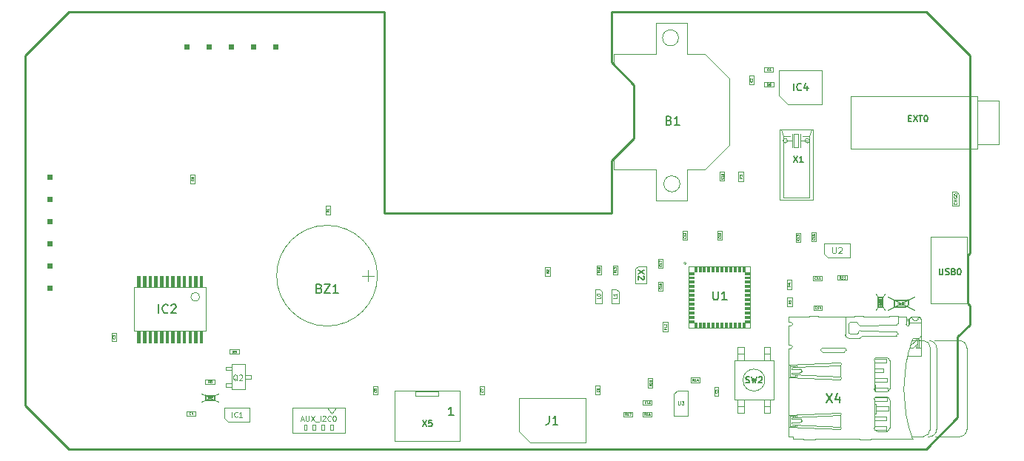
<source format=gbr>
%TF.GenerationSoftware,KiCad,Pcbnew,9.0.2*%
%TF.CreationDate,2025-07-03T15:48:42+01:00*%
%TF.ProjectId,FED3,46454433-2e6b-4696-9361-645f70636258,rev?*%
%TF.SameCoordinates,Original*%
%TF.FileFunction,AssemblyDrawing,Top*%
%FSLAX46Y46*%
G04 Gerber Fmt 4.6, Leading zero omitted, Abs format (unit mm)*
G04 Created by KiCad (PCBNEW 9.0.2) date 2025-07-03 15:48:42*
%MOMM*%
%LPD*%
G01*
G04 APERTURE LIST*
%ADD10C,0.100000*%
%ADD11C,0.150000*%
%ADD12C,0.040000*%
%ADD13C,0.060000*%
%ADD14C,0.120000*%
%ADD15C,0.087500*%
%TA.AperFunction,Profile*%
%ADD16C,0.250000*%
%TD*%
G04 APERTURE END LIST*
D10*
X136724300Y-123378900D02*
X144124300Y-123378900D01*
X144124300Y-129128900D01*
X136724300Y-129128900D01*
X136724300Y-123378900D01*
X170077500Y-108759500D02*
G75*
G02*
X169758500Y-108759500I-159500J0D01*
G01*
X169758500Y-108759500D02*
G75*
G02*
X170077500Y-108759500I159500J0D01*
G01*
X139124300Y-123436400D02*
X141724300Y-123436400D01*
X141724300Y-123936400D01*
X139124300Y-123936400D01*
X139124300Y-123436400D01*
D11*
X186090476Y-123654819D02*
X186757142Y-124654819D01*
X186757142Y-123654819D02*
X186090476Y-124654819D01*
X187566666Y-123988152D02*
X187566666Y-124654819D01*
X187328571Y-123607200D02*
X187090476Y-124321485D01*
X187090476Y-124321485D02*
X187709523Y-124321485D01*
X109736779Y-114469819D02*
X109736779Y-113469819D01*
X110784397Y-114374580D02*
X110736778Y-114422200D01*
X110736778Y-114422200D02*
X110593921Y-114469819D01*
X110593921Y-114469819D02*
X110498683Y-114469819D01*
X110498683Y-114469819D02*
X110355826Y-114422200D01*
X110355826Y-114422200D02*
X110260588Y-114326961D01*
X110260588Y-114326961D02*
X110212969Y-114231723D01*
X110212969Y-114231723D02*
X110165350Y-114041247D01*
X110165350Y-114041247D02*
X110165350Y-113898390D01*
X110165350Y-113898390D02*
X110212969Y-113707914D01*
X110212969Y-113707914D02*
X110260588Y-113612676D01*
X110260588Y-113612676D02*
X110355826Y-113517438D01*
X110355826Y-113517438D02*
X110498683Y-113469819D01*
X110498683Y-113469819D02*
X110593921Y-113469819D01*
X110593921Y-113469819D02*
X110736778Y-113517438D01*
X110736778Y-113517438D02*
X110784397Y-113565057D01*
X111165350Y-113565057D02*
X111212969Y-113517438D01*
X111212969Y-113517438D02*
X111308207Y-113469819D01*
X111308207Y-113469819D02*
X111546302Y-113469819D01*
X111546302Y-113469819D02*
X111641540Y-113517438D01*
X111641540Y-113517438D02*
X111689159Y-113565057D01*
X111689159Y-113565057D02*
X111736778Y-113660295D01*
X111736778Y-113660295D02*
X111736778Y-113755533D01*
X111736778Y-113755533D02*
X111689159Y-113898390D01*
X111689159Y-113898390D02*
X111117731Y-114469819D01*
X111117731Y-114469819D02*
X111736778Y-114469819D01*
X176866666Y-122407700D02*
X176966666Y-122441033D01*
X176966666Y-122441033D02*
X177133333Y-122441033D01*
X177133333Y-122441033D02*
X177199999Y-122407700D01*
X177199999Y-122407700D02*
X177233333Y-122374366D01*
X177233333Y-122374366D02*
X177266666Y-122307700D01*
X177266666Y-122307700D02*
X177266666Y-122241033D01*
X177266666Y-122241033D02*
X177233333Y-122174366D01*
X177233333Y-122174366D02*
X177199999Y-122141033D01*
X177199999Y-122141033D02*
X177133333Y-122107700D01*
X177133333Y-122107700D02*
X176999999Y-122074366D01*
X176999999Y-122074366D02*
X176933333Y-122041033D01*
X176933333Y-122041033D02*
X176899999Y-122007700D01*
X176899999Y-122007700D02*
X176866666Y-121941033D01*
X176866666Y-121941033D02*
X176866666Y-121874366D01*
X176866666Y-121874366D02*
X176899999Y-121807700D01*
X176899999Y-121807700D02*
X176933333Y-121774366D01*
X176933333Y-121774366D02*
X176999999Y-121741033D01*
X176999999Y-121741033D02*
X177166666Y-121741033D01*
X177166666Y-121741033D02*
X177266666Y-121774366D01*
X177500000Y-121741033D02*
X177666666Y-122441033D01*
X177666666Y-122441033D02*
X177800000Y-121941033D01*
X177800000Y-121941033D02*
X177933333Y-122441033D01*
X177933333Y-122441033D02*
X178100000Y-121741033D01*
X178333333Y-121807700D02*
X178366666Y-121774366D01*
X178366666Y-121774366D02*
X178433333Y-121741033D01*
X178433333Y-121741033D02*
X178600000Y-121741033D01*
X178600000Y-121741033D02*
X178666666Y-121774366D01*
X178666666Y-121774366D02*
X178700000Y-121807700D01*
X178700000Y-121807700D02*
X178733333Y-121874366D01*
X178733333Y-121874366D02*
X178733333Y-121941033D01*
X178733333Y-121941033D02*
X178700000Y-122041033D01*
X178700000Y-122041033D02*
X178300000Y-122441033D01*
X178300000Y-122441033D02*
X178733333Y-122441033D01*
D12*
X165408025Y-126168200D02*
X165321358Y-126044391D01*
X165259453Y-126168200D02*
X165259453Y-125908200D01*
X165259453Y-125908200D02*
X165358501Y-125908200D01*
X165358501Y-125908200D02*
X165383263Y-125920581D01*
X165383263Y-125920581D02*
X165395644Y-125932962D01*
X165395644Y-125932962D02*
X165408025Y-125957724D01*
X165408025Y-125957724D02*
X165408025Y-125994867D01*
X165408025Y-125994867D02*
X165395644Y-126019629D01*
X165395644Y-126019629D02*
X165383263Y-126032010D01*
X165383263Y-126032010D02*
X165358501Y-126044391D01*
X165358501Y-126044391D02*
X165259453Y-126044391D01*
X165655644Y-126168200D02*
X165507072Y-126168200D01*
X165581358Y-126168200D02*
X165581358Y-125908200D01*
X165581358Y-125908200D02*
X165556596Y-125945343D01*
X165556596Y-125945343D02*
X165531834Y-125970105D01*
X165531834Y-125970105D02*
X165507072Y-125982486D01*
X165878501Y-125908200D02*
X165828977Y-125908200D01*
X165828977Y-125908200D02*
X165804215Y-125920581D01*
X165804215Y-125920581D02*
X165791834Y-125932962D01*
X165791834Y-125932962D02*
X165767072Y-125970105D01*
X165767072Y-125970105D02*
X165754691Y-126019629D01*
X165754691Y-126019629D02*
X165754691Y-126118677D01*
X165754691Y-126118677D02*
X165767072Y-126143439D01*
X165767072Y-126143439D02*
X165779453Y-126155820D01*
X165779453Y-126155820D02*
X165804215Y-126168200D01*
X165804215Y-126168200D02*
X165853739Y-126168200D01*
X165853739Y-126168200D02*
X165878501Y-126155820D01*
X165878501Y-126155820D02*
X165890882Y-126143439D01*
X165890882Y-126143439D02*
X165903263Y-126118677D01*
X165903263Y-126118677D02*
X165903263Y-126056772D01*
X165903263Y-126056772D02*
X165890882Y-126032010D01*
X165890882Y-126032010D02*
X165878501Y-126019629D01*
X165878501Y-126019629D02*
X165853739Y-126007248D01*
X165853739Y-126007248D02*
X165804215Y-126007248D01*
X165804215Y-126007248D02*
X165779453Y-126019629D01*
X165779453Y-126019629D02*
X165767072Y-126032010D01*
X165767072Y-126032010D02*
X165754691Y-126056772D01*
X167199765Y-111548214D02*
X167211670Y-111560118D01*
X167211670Y-111560118D02*
X167223574Y-111595833D01*
X167223574Y-111595833D02*
X167223574Y-111619642D01*
X167223574Y-111619642D02*
X167211670Y-111655356D01*
X167211670Y-111655356D02*
X167187860Y-111679166D01*
X167187860Y-111679166D02*
X167164050Y-111691071D01*
X167164050Y-111691071D02*
X167116431Y-111702975D01*
X167116431Y-111702975D02*
X167080717Y-111702975D01*
X167080717Y-111702975D02*
X167033098Y-111691071D01*
X167033098Y-111691071D02*
X167009289Y-111679166D01*
X167009289Y-111679166D02*
X166985479Y-111655356D01*
X166985479Y-111655356D02*
X166973574Y-111619642D01*
X166973574Y-111619642D02*
X166973574Y-111595833D01*
X166973574Y-111595833D02*
X166985479Y-111560118D01*
X166985479Y-111560118D02*
X166997384Y-111548214D01*
X167223574Y-111310118D02*
X167223574Y-111452975D01*
X167223574Y-111381547D02*
X166973574Y-111381547D01*
X166973574Y-111381547D02*
X167009289Y-111405356D01*
X167009289Y-111405356D02*
X167033098Y-111429166D01*
X167033098Y-111429166D02*
X167045003Y-111452975D01*
X167080717Y-111167261D02*
X167068812Y-111191071D01*
X167068812Y-111191071D02*
X167056908Y-111202976D01*
X167056908Y-111202976D02*
X167033098Y-111214880D01*
X167033098Y-111214880D02*
X167021193Y-111214880D01*
X167021193Y-111214880D02*
X166997384Y-111202976D01*
X166997384Y-111202976D02*
X166985479Y-111191071D01*
X166985479Y-111191071D02*
X166973574Y-111167261D01*
X166973574Y-111167261D02*
X166973574Y-111119642D01*
X166973574Y-111119642D02*
X166985479Y-111095833D01*
X166985479Y-111095833D02*
X166997384Y-111083928D01*
X166997384Y-111083928D02*
X167021193Y-111072023D01*
X167021193Y-111072023D02*
X167033098Y-111072023D01*
X167033098Y-111072023D02*
X167056908Y-111083928D01*
X167056908Y-111083928D02*
X167068812Y-111095833D01*
X167068812Y-111095833D02*
X167080717Y-111119642D01*
X167080717Y-111119642D02*
X167080717Y-111167261D01*
X167080717Y-111167261D02*
X167092622Y-111191071D01*
X167092622Y-111191071D02*
X167104527Y-111202976D01*
X167104527Y-111202976D02*
X167128336Y-111214880D01*
X167128336Y-111214880D02*
X167175955Y-111214880D01*
X167175955Y-111214880D02*
X167199765Y-111202976D01*
X167199765Y-111202976D02*
X167211670Y-111191071D01*
X167211670Y-111191071D02*
X167223574Y-111167261D01*
X167223574Y-111167261D02*
X167223574Y-111119642D01*
X167223574Y-111119642D02*
X167211670Y-111095833D01*
X167211670Y-111095833D02*
X167199765Y-111083928D01*
X167199765Y-111083928D02*
X167175955Y-111072023D01*
X167175955Y-111072023D02*
X167128336Y-111072023D01*
X167128336Y-111072023D02*
X167104527Y-111083928D01*
X167104527Y-111083928D02*
X167092622Y-111095833D01*
X167092622Y-111095833D02*
X167080717Y-111119642D01*
X167189765Y-108933214D02*
X167201670Y-108945118D01*
X167201670Y-108945118D02*
X167213574Y-108980833D01*
X167213574Y-108980833D02*
X167213574Y-109004642D01*
X167213574Y-109004642D02*
X167201670Y-109040356D01*
X167201670Y-109040356D02*
X167177860Y-109064166D01*
X167177860Y-109064166D02*
X167154050Y-109076071D01*
X167154050Y-109076071D02*
X167106431Y-109087975D01*
X167106431Y-109087975D02*
X167070717Y-109087975D01*
X167070717Y-109087975D02*
X167023098Y-109076071D01*
X167023098Y-109076071D02*
X166999289Y-109064166D01*
X166999289Y-109064166D02*
X166975479Y-109040356D01*
X166975479Y-109040356D02*
X166963574Y-109004642D01*
X166963574Y-109004642D02*
X166963574Y-108980833D01*
X166963574Y-108980833D02*
X166975479Y-108945118D01*
X166975479Y-108945118D02*
X166987384Y-108933214D01*
X167213574Y-108695118D02*
X167213574Y-108837975D01*
X167213574Y-108766547D02*
X166963574Y-108766547D01*
X166963574Y-108766547D02*
X166999289Y-108790356D01*
X166999289Y-108790356D02*
X167023098Y-108814166D01*
X167023098Y-108814166D02*
X167035003Y-108837975D01*
X166963574Y-108611785D02*
X166963574Y-108445119D01*
X166963574Y-108445119D02*
X167213574Y-108552261D01*
X166068200Y-122617142D02*
X165944391Y-122703809D01*
X166068200Y-122765714D02*
X165808200Y-122765714D01*
X165808200Y-122765714D02*
X165808200Y-122666666D01*
X165808200Y-122666666D02*
X165820581Y-122641904D01*
X165820581Y-122641904D02*
X165832962Y-122629523D01*
X165832962Y-122629523D02*
X165857724Y-122617142D01*
X165857724Y-122617142D02*
X165894867Y-122617142D01*
X165894867Y-122617142D02*
X165919629Y-122629523D01*
X165919629Y-122629523D02*
X165932010Y-122641904D01*
X165932010Y-122641904D02*
X165944391Y-122666666D01*
X165944391Y-122666666D02*
X165944391Y-122765714D01*
X166068200Y-122369523D02*
X166068200Y-122518095D01*
X166068200Y-122443809D02*
X165808200Y-122443809D01*
X165808200Y-122443809D02*
X165845343Y-122468571D01*
X165845343Y-122468571D02*
X165870105Y-122493333D01*
X165870105Y-122493333D02*
X165882486Y-122518095D01*
X165808200Y-122208571D02*
X165808200Y-122183809D01*
X165808200Y-122183809D02*
X165820581Y-122159047D01*
X165820581Y-122159047D02*
X165832962Y-122146666D01*
X165832962Y-122146666D02*
X165857724Y-122134285D01*
X165857724Y-122134285D02*
X165907248Y-122121904D01*
X165907248Y-122121904D02*
X165969153Y-122121904D01*
X165969153Y-122121904D02*
X166018677Y-122134285D01*
X166018677Y-122134285D02*
X166043439Y-122146666D01*
X166043439Y-122146666D02*
X166055820Y-122159047D01*
X166055820Y-122159047D02*
X166068200Y-122183809D01*
X166068200Y-122183809D02*
X166068200Y-122208571D01*
X166068200Y-122208571D02*
X166055820Y-122233333D01*
X166055820Y-122233333D02*
X166043439Y-122245714D01*
X166043439Y-122245714D02*
X166018677Y-122258095D01*
X166018677Y-122258095D02*
X165969153Y-122270476D01*
X165969153Y-122270476D02*
X165907248Y-122270476D01*
X165907248Y-122270476D02*
X165857724Y-122258095D01*
X165857724Y-122258095D02*
X165832962Y-122245714D01*
X165832962Y-122245714D02*
X165820581Y-122233333D01*
X165820581Y-122233333D02*
X165808200Y-122208571D01*
D11*
X165253966Y-109530833D02*
X164553966Y-109997499D01*
X165253966Y-109997499D02*
X164553966Y-109530833D01*
X165187300Y-110230833D02*
X165220633Y-110264166D01*
X165220633Y-110264166D02*
X165253966Y-110330833D01*
X165253966Y-110330833D02*
X165253966Y-110497500D01*
X165253966Y-110497500D02*
X165220633Y-110564166D01*
X165220633Y-110564166D02*
X165187300Y-110597500D01*
X165187300Y-110597500D02*
X165120633Y-110630833D01*
X165120633Y-110630833D02*
X165053966Y-110630833D01*
X165053966Y-110630833D02*
X164953966Y-110597500D01*
X164953966Y-110597500D02*
X164553966Y-110197500D01*
X164553966Y-110197500D02*
X164553966Y-110630833D01*
D12*
X179476667Y-88418200D02*
X179390000Y-88294391D01*
X179328095Y-88418200D02*
X179328095Y-88158200D01*
X179328095Y-88158200D02*
X179427143Y-88158200D01*
X179427143Y-88158200D02*
X179451905Y-88170581D01*
X179451905Y-88170581D02*
X179464286Y-88182962D01*
X179464286Y-88182962D02*
X179476667Y-88207724D01*
X179476667Y-88207724D02*
X179476667Y-88244867D01*
X179476667Y-88244867D02*
X179464286Y-88269629D01*
X179464286Y-88269629D02*
X179451905Y-88282010D01*
X179451905Y-88282010D02*
X179427143Y-88294391D01*
X179427143Y-88294391D02*
X179328095Y-88294391D01*
X179699524Y-88158200D02*
X179650000Y-88158200D01*
X179650000Y-88158200D02*
X179625238Y-88170581D01*
X179625238Y-88170581D02*
X179612857Y-88182962D01*
X179612857Y-88182962D02*
X179588095Y-88220105D01*
X179588095Y-88220105D02*
X179575714Y-88269629D01*
X179575714Y-88269629D02*
X179575714Y-88368677D01*
X179575714Y-88368677D02*
X179588095Y-88393439D01*
X179588095Y-88393439D02*
X179600476Y-88405820D01*
X179600476Y-88405820D02*
X179625238Y-88418200D01*
X179625238Y-88418200D02*
X179674762Y-88418200D01*
X179674762Y-88418200D02*
X179699524Y-88405820D01*
X179699524Y-88405820D02*
X179711905Y-88393439D01*
X179711905Y-88393439D02*
X179724286Y-88368677D01*
X179724286Y-88368677D02*
X179724286Y-88306772D01*
X179724286Y-88306772D02*
X179711905Y-88282010D01*
X179711905Y-88282010D02*
X179699524Y-88269629D01*
X179699524Y-88269629D02*
X179674762Y-88257248D01*
X179674762Y-88257248D02*
X179625238Y-88257248D01*
X179625238Y-88257248D02*
X179600476Y-88269629D01*
X179600476Y-88269629D02*
X179588095Y-88282010D01*
X179588095Y-88282010D02*
X179575714Y-88306772D01*
X170932857Y-122218200D02*
X170846190Y-122094391D01*
X170784285Y-122218200D02*
X170784285Y-121958200D01*
X170784285Y-121958200D02*
X170883333Y-121958200D01*
X170883333Y-121958200D02*
X170908095Y-121970581D01*
X170908095Y-121970581D02*
X170920476Y-121982962D01*
X170920476Y-121982962D02*
X170932857Y-122007724D01*
X170932857Y-122007724D02*
X170932857Y-122044867D01*
X170932857Y-122044867D02*
X170920476Y-122069629D01*
X170920476Y-122069629D02*
X170908095Y-122082010D01*
X170908095Y-122082010D02*
X170883333Y-122094391D01*
X170883333Y-122094391D02*
X170784285Y-122094391D01*
X171180476Y-122218200D02*
X171031904Y-122218200D01*
X171106190Y-122218200D02*
X171106190Y-121958200D01*
X171106190Y-121958200D02*
X171081428Y-121995343D01*
X171081428Y-121995343D02*
X171056666Y-122020105D01*
X171056666Y-122020105D02*
X171031904Y-122032486D01*
X171403333Y-122044867D02*
X171403333Y-122218200D01*
X171341428Y-121945820D02*
X171279523Y-122131534D01*
X171279523Y-122131534D02*
X171440476Y-122131534D01*
X174245265Y-98973114D02*
X174257170Y-98985018D01*
X174257170Y-98985018D02*
X174269074Y-99020733D01*
X174269074Y-99020733D02*
X174269074Y-99044542D01*
X174269074Y-99044542D02*
X174257170Y-99080256D01*
X174257170Y-99080256D02*
X174233360Y-99104066D01*
X174233360Y-99104066D02*
X174209550Y-99115971D01*
X174209550Y-99115971D02*
X174161931Y-99127875D01*
X174161931Y-99127875D02*
X174126217Y-99127875D01*
X174126217Y-99127875D02*
X174078598Y-99115971D01*
X174078598Y-99115971D02*
X174054789Y-99104066D01*
X174054789Y-99104066D02*
X174030979Y-99080256D01*
X174030979Y-99080256D02*
X174019074Y-99044542D01*
X174019074Y-99044542D02*
X174019074Y-99020733D01*
X174019074Y-99020733D02*
X174030979Y-98985018D01*
X174030979Y-98985018D02*
X174042884Y-98973114D01*
X174269074Y-98735018D02*
X174269074Y-98877875D01*
X174269074Y-98806447D02*
X174019074Y-98806447D01*
X174019074Y-98806447D02*
X174054789Y-98830256D01*
X174054789Y-98830256D02*
X174078598Y-98854066D01*
X174078598Y-98854066D02*
X174090503Y-98877875D01*
X174019074Y-98580257D02*
X174019074Y-98556447D01*
X174019074Y-98556447D02*
X174030979Y-98532638D01*
X174030979Y-98532638D02*
X174042884Y-98520733D01*
X174042884Y-98520733D02*
X174066693Y-98508828D01*
X174066693Y-98508828D02*
X174114312Y-98496923D01*
X174114312Y-98496923D02*
X174173836Y-98496923D01*
X174173836Y-98496923D02*
X174221455Y-98508828D01*
X174221455Y-98508828D02*
X174245265Y-98520733D01*
X174245265Y-98520733D02*
X174257170Y-98532638D01*
X174257170Y-98532638D02*
X174269074Y-98556447D01*
X174269074Y-98556447D02*
X174269074Y-98580257D01*
X174269074Y-98580257D02*
X174257170Y-98604066D01*
X174257170Y-98604066D02*
X174245265Y-98615971D01*
X174245265Y-98615971D02*
X174221455Y-98627876D01*
X174221455Y-98627876D02*
X174173836Y-98639780D01*
X174173836Y-98639780D02*
X174114312Y-98639780D01*
X174114312Y-98639780D02*
X174066693Y-98627876D01*
X174066693Y-98627876D02*
X174042884Y-98615971D01*
X174042884Y-98615971D02*
X174030979Y-98604066D01*
X174030979Y-98604066D02*
X174019074Y-98580257D01*
X163210525Y-126168200D02*
X163123858Y-126044391D01*
X163061953Y-126168200D02*
X163061953Y-125908200D01*
X163061953Y-125908200D02*
X163161001Y-125908200D01*
X163161001Y-125908200D02*
X163185763Y-125920581D01*
X163185763Y-125920581D02*
X163198144Y-125932962D01*
X163198144Y-125932962D02*
X163210525Y-125957724D01*
X163210525Y-125957724D02*
X163210525Y-125994867D01*
X163210525Y-125994867D02*
X163198144Y-126019629D01*
X163198144Y-126019629D02*
X163185763Y-126032010D01*
X163185763Y-126032010D02*
X163161001Y-126044391D01*
X163161001Y-126044391D02*
X163061953Y-126044391D01*
X163458144Y-126168200D02*
X163309572Y-126168200D01*
X163383858Y-126168200D02*
X163383858Y-125908200D01*
X163383858Y-125908200D02*
X163359096Y-125945343D01*
X163359096Y-125945343D02*
X163334334Y-125970105D01*
X163334334Y-125970105D02*
X163309572Y-125982486D01*
X163544810Y-125908200D02*
X163718144Y-125908200D01*
X163718144Y-125908200D02*
X163606715Y-126168200D01*
X179458333Y-86689765D02*
X179446429Y-86701670D01*
X179446429Y-86701670D02*
X179410714Y-86713574D01*
X179410714Y-86713574D02*
X179386905Y-86713574D01*
X179386905Y-86713574D02*
X179351191Y-86701670D01*
X179351191Y-86701670D02*
X179327381Y-86677860D01*
X179327381Y-86677860D02*
X179315476Y-86654050D01*
X179315476Y-86654050D02*
X179303572Y-86606431D01*
X179303572Y-86606431D02*
X179303572Y-86570717D01*
X179303572Y-86570717D02*
X179315476Y-86523098D01*
X179315476Y-86523098D02*
X179327381Y-86499289D01*
X179327381Y-86499289D02*
X179351191Y-86475479D01*
X179351191Y-86475479D02*
X179386905Y-86463574D01*
X179386905Y-86463574D02*
X179410714Y-86463574D01*
X179410714Y-86463574D02*
X179446429Y-86475479D01*
X179446429Y-86475479D02*
X179458333Y-86487384D01*
X179696429Y-86713574D02*
X179553572Y-86713574D01*
X179625000Y-86713574D02*
X179625000Y-86463574D01*
X179625000Y-86463574D02*
X179601191Y-86499289D01*
X179601191Y-86499289D02*
X179577381Y-86523098D01*
X179577381Y-86523098D02*
X179553572Y-86535003D01*
D11*
X168078984Y-92413749D02*
X168221841Y-92461368D01*
X168221841Y-92461368D02*
X168269460Y-92508987D01*
X168269460Y-92508987D02*
X168317079Y-92604225D01*
X168317079Y-92604225D02*
X168317079Y-92747082D01*
X168317079Y-92747082D02*
X168269460Y-92842320D01*
X168269460Y-92842320D02*
X168221841Y-92889940D01*
X168221841Y-92889940D02*
X168126603Y-92937559D01*
X168126603Y-92937559D02*
X167745651Y-92937559D01*
X167745651Y-92937559D02*
X167745651Y-91937559D01*
X167745651Y-91937559D02*
X168078984Y-91937559D01*
X168078984Y-91937559D02*
X168174222Y-91985178D01*
X168174222Y-91985178D02*
X168221841Y-92032797D01*
X168221841Y-92032797D02*
X168269460Y-92128035D01*
X168269460Y-92128035D02*
X168269460Y-92223273D01*
X168269460Y-92223273D02*
X168221841Y-92318511D01*
X168221841Y-92318511D02*
X168174222Y-92366130D01*
X168174222Y-92366130D02*
X168078984Y-92413749D01*
X168078984Y-92413749D02*
X167745651Y-92413749D01*
X169269460Y-92937559D02*
X168698032Y-92937559D01*
X168983746Y-92937559D02*
X168983746Y-91937559D01*
X168983746Y-91937559D02*
X168888508Y-92080416D01*
X168888508Y-92080416D02*
X168793270Y-92175654D01*
X168793270Y-92175654D02*
X168698032Y-92223273D01*
D10*
X194568333Y-113539847D02*
X194377857Y-113539847D01*
X194377857Y-113539847D02*
X194377857Y-113139847D01*
X194682619Y-113177942D02*
X194701667Y-113158895D01*
X194701667Y-113158895D02*
X194739762Y-113139847D01*
X194739762Y-113139847D02*
X194835000Y-113139847D01*
X194835000Y-113139847D02*
X194873095Y-113158895D01*
X194873095Y-113158895D02*
X194892143Y-113177942D01*
X194892143Y-113177942D02*
X194911190Y-113216038D01*
X194911190Y-113216038D02*
X194911190Y-113254133D01*
X194911190Y-113254133D02*
X194892143Y-113311276D01*
X194892143Y-113311276D02*
X194663571Y-113539847D01*
X194663571Y-113539847D02*
X194911190Y-113539847D01*
X194227857Y-113339847D02*
X195061190Y-113339847D01*
D13*
X162121927Y-112586666D02*
X162121927Y-112777142D01*
X162121927Y-112777142D02*
X161721927Y-112777142D01*
X162121927Y-112243809D02*
X162121927Y-112472380D01*
X162121927Y-112358094D02*
X161721927Y-112358094D01*
X161721927Y-112358094D02*
X161779070Y-112396190D01*
X161779070Y-112396190D02*
X161817165Y-112434285D01*
X161817165Y-112434285D02*
X161836213Y-112472380D01*
D12*
X182018200Y-113243332D02*
X181894391Y-113329999D01*
X182018200Y-113391904D02*
X181758200Y-113391904D01*
X181758200Y-113391904D02*
X181758200Y-113292856D01*
X181758200Y-113292856D02*
X181770581Y-113268094D01*
X181770581Y-113268094D02*
X181782962Y-113255713D01*
X181782962Y-113255713D02*
X181807724Y-113243332D01*
X181807724Y-113243332D02*
X181844867Y-113243332D01*
X181844867Y-113243332D02*
X181869629Y-113255713D01*
X181869629Y-113255713D02*
X181882010Y-113268094D01*
X181882010Y-113268094D02*
X181894391Y-113292856D01*
X181894391Y-113292856D02*
X181894391Y-113391904D01*
X181758200Y-113008094D02*
X181758200Y-113131904D01*
X181758200Y-113131904D02*
X181882010Y-113144285D01*
X181882010Y-113144285D02*
X181869629Y-113131904D01*
X181869629Y-113131904D02*
X181857248Y-113107142D01*
X181857248Y-113107142D02*
X181857248Y-113045237D01*
X181857248Y-113045237D02*
X181869629Y-113020475D01*
X181869629Y-113020475D02*
X181882010Y-113008094D01*
X181882010Y-113008094D02*
X181906772Y-112995713D01*
X181906772Y-112995713D02*
X181968677Y-112995713D01*
X181968677Y-112995713D02*
X181993439Y-113008094D01*
X181993439Y-113008094D02*
X182005820Y-113020475D01*
X182005820Y-113020475D02*
X182018200Y-113045237D01*
X182018200Y-113045237D02*
X182018200Y-113107142D01*
X182018200Y-113107142D02*
X182005820Y-113131904D01*
X182005820Y-113131904D02*
X181993439Y-113144285D01*
X134589765Y-123341666D02*
X134601670Y-123353570D01*
X134601670Y-123353570D02*
X134613574Y-123389285D01*
X134613574Y-123389285D02*
X134613574Y-123413094D01*
X134613574Y-123413094D02*
X134601670Y-123448808D01*
X134601670Y-123448808D02*
X134577860Y-123472618D01*
X134577860Y-123472618D02*
X134554050Y-123484523D01*
X134554050Y-123484523D02*
X134506431Y-123496427D01*
X134506431Y-123496427D02*
X134470717Y-123496427D01*
X134470717Y-123496427D02*
X134423098Y-123484523D01*
X134423098Y-123484523D02*
X134399289Y-123472618D01*
X134399289Y-123472618D02*
X134375479Y-123448808D01*
X134375479Y-123448808D02*
X134363574Y-123413094D01*
X134363574Y-123413094D02*
X134363574Y-123389285D01*
X134363574Y-123389285D02*
X134375479Y-123353570D01*
X134375479Y-123353570D02*
X134387384Y-123341666D01*
X134470717Y-123198808D02*
X134458812Y-123222618D01*
X134458812Y-123222618D02*
X134446908Y-123234523D01*
X134446908Y-123234523D02*
X134423098Y-123246427D01*
X134423098Y-123246427D02*
X134411193Y-123246427D01*
X134411193Y-123246427D02*
X134387384Y-123234523D01*
X134387384Y-123234523D02*
X134375479Y-123222618D01*
X134375479Y-123222618D02*
X134363574Y-123198808D01*
X134363574Y-123198808D02*
X134363574Y-123151189D01*
X134363574Y-123151189D02*
X134375479Y-123127380D01*
X134375479Y-123127380D02*
X134387384Y-123115475D01*
X134387384Y-123115475D02*
X134411193Y-123103570D01*
X134411193Y-123103570D02*
X134423098Y-123103570D01*
X134423098Y-123103570D02*
X134446908Y-123115475D01*
X134446908Y-123115475D02*
X134458812Y-123127380D01*
X134458812Y-123127380D02*
X134470717Y-123151189D01*
X134470717Y-123151189D02*
X134470717Y-123198808D01*
X134470717Y-123198808D02*
X134482622Y-123222618D01*
X134482622Y-123222618D02*
X134494527Y-123234523D01*
X134494527Y-123234523D02*
X134518336Y-123246427D01*
X134518336Y-123246427D02*
X134565955Y-123246427D01*
X134565955Y-123246427D02*
X134589765Y-123234523D01*
X134589765Y-123234523D02*
X134601670Y-123222618D01*
X134601670Y-123222618D02*
X134613574Y-123198808D01*
X134613574Y-123198808D02*
X134613574Y-123151189D01*
X134613574Y-123151189D02*
X134601670Y-123127380D01*
X134601670Y-123127380D02*
X134589765Y-123115475D01*
X134589765Y-123115475D02*
X134565955Y-123103570D01*
X134565955Y-123103570D02*
X134518336Y-123103570D01*
X134518336Y-123103570D02*
X134494527Y-123115475D01*
X134494527Y-123115475D02*
X134482622Y-123127380D01*
X134482622Y-123127380D02*
X134470717Y-123151189D01*
D14*
X118721804Y-122177474D02*
X118664661Y-122148902D01*
X118664661Y-122148902D02*
X118607518Y-122091760D01*
X118607518Y-122091760D02*
X118521804Y-122006045D01*
X118521804Y-122006045D02*
X118464661Y-121977474D01*
X118464661Y-121977474D02*
X118407518Y-121977474D01*
X118436089Y-122120331D02*
X118378947Y-122091760D01*
X118378947Y-122091760D02*
X118321804Y-122034617D01*
X118321804Y-122034617D02*
X118293232Y-121920331D01*
X118293232Y-121920331D02*
X118293232Y-121720331D01*
X118293232Y-121720331D02*
X118321804Y-121606045D01*
X118321804Y-121606045D02*
X118378947Y-121548902D01*
X118378947Y-121548902D02*
X118436089Y-121520331D01*
X118436089Y-121520331D02*
X118550375Y-121520331D01*
X118550375Y-121520331D02*
X118607518Y-121548902D01*
X118607518Y-121548902D02*
X118664661Y-121606045D01*
X118664661Y-121606045D02*
X118693232Y-121720331D01*
X118693232Y-121720331D02*
X118693232Y-121920331D01*
X118693232Y-121920331D02*
X118664661Y-122034617D01*
X118664661Y-122034617D02*
X118607518Y-122091760D01*
X118607518Y-122091760D02*
X118550375Y-122120331D01*
X118550375Y-122120331D02*
X118436089Y-122120331D01*
X118921803Y-121577474D02*
X118950375Y-121548902D01*
X118950375Y-121548902D02*
X119007518Y-121520331D01*
X119007518Y-121520331D02*
X119150375Y-121520331D01*
X119150375Y-121520331D02*
X119207518Y-121548902D01*
X119207518Y-121548902D02*
X119236089Y-121577474D01*
X119236089Y-121577474D02*
X119264660Y-121634617D01*
X119264660Y-121634617D02*
X119264660Y-121691760D01*
X119264660Y-121691760D02*
X119236089Y-121777474D01*
X119236089Y-121777474D02*
X118893232Y-122120331D01*
X118893232Y-122120331D02*
X119264660Y-122120331D01*
D11*
X154381666Y-126199819D02*
X154381666Y-126914104D01*
X154381666Y-126914104D02*
X154334047Y-127056961D01*
X154334047Y-127056961D02*
X154238809Y-127152200D01*
X154238809Y-127152200D02*
X154095952Y-127199819D01*
X154095952Y-127199819D02*
X154000714Y-127199819D01*
X155381666Y-127199819D02*
X154810238Y-127199819D01*
X155095952Y-127199819D02*
X155095952Y-126199819D01*
X155095952Y-126199819D02*
X155000714Y-126342676D01*
X155000714Y-126342676D02*
X154905476Y-126437914D01*
X154905476Y-126437914D02*
X154810238Y-126485533D01*
D12*
X160039765Y-123291666D02*
X160051670Y-123303570D01*
X160051670Y-123303570D02*
X160063574Y-123339285D01*
X160063574Y-123339285D02*
X160063574Y-123363094D01*
X160063574Y-123363094D02*
X160051670Y-123398808D01*
X160051670Y-123398808D02*
X160027860Y-123422618D01*
X160027860Y-123422618D02*
X160004050Y-123434523D01*
X160004050Y-123434523D02*
X159956431Y-123446427D01*
X159956431Y-123446427D02*
X159920717Y-123446427D01*
X159920717Y-123446427D02*
X159873098Y-123434523D01*
X159873098Y-123434523D02*
X159849289Y-123422618D01*
X159849289Y-123422618D02*
X159825479Y-123398808D01*
X159825479Y-123398808D02*
X159813574Y-123363094D01*
X159813574Y-123363094D02*
X159813574Y-123339285D01*
X159813574Y-123339285D02*
X159825479Y-123303570D01*
X159825479Y-123303570D02*
X159837384Y-123291666D01*
X159813574Y-123077380D02*
X159813574Y-123124999D01*
X159813574Y-123124999D02*
X159825479Y-123148808D01*
X159825479Y-123148808D02*
X159837384Y-123160713D01*
X159837384Y-123160713D02*
X159873098Y-123184523D01*
X159873098Y-123184523D02*
X159920717Y-123196427D01*
X159920717Y-123196427D02*
X160015955Y-123196427D01*
X160015955Y-123196427D02*
X160039765Y-123184523D01*
X160039765Y-123184523D02*
X160051670Y-123172618D01*
X160051670Y-123172618D02*
X160063574Y-123148808D01*
X160063574Y-123148808D02*
X160063574Y-123101189D01*
X160063574Y-123101189D02*
X160051670Y-123077380D01*
X160051670Y-123077380D02*
X160039765Y-123065475D01*
X160039765Y-123065475D02*
X160015955Y-123053570D01*
X160015955Y-123053570D02*
X159956431Y-123053570D01*
X159956431Y-123053570D02*
X159932622Y-123065475D01*
X159932622Y-123065475D02*
X159920717Y-123077380D01*
X159920717Y-123077380D02*
X159908812Y-123101189D01*
X159908812Y-123101189D02*
X159908812Y-123148808D01*
X159908812Y-123148808D02*
X159920717Y-123172618D01*
X159920717Y-123172618D02*
X159932622Y-123184523D01*
X159932622Y-123184523D02*
X159956431Y-123196427D01*
X104689765Y-117241666D02*
X104701670Y-117253570D01*
X104701670Y-117253570D02*
X104713574Y-117289285D01*
X104713574Y-117289285D02*
X104713574Y-117313094D01*
X104713574Y-117313094D02*
X104701670Y-117348808D01*
X104701670Y-117348808D02*
X104677860Y-117372618D01*
X104677860Y-117372618D02*
X104654050Y-117384523D01*
X104654050Y-117384523D02*
X104606431Y-117396427D01*
X104606431Y-117396427D02*
X104570717Y-117396427D01*
X104570717Y-117396427D02*
X104523098Y-117384523D01*
X104523098Y-117384523D02*
X104499289Y-117372618D01*
X104499289Y-117372618D02*
X104475479Y-117348808D01*
X104475479Y-117348808D02*
X104463574Y-117313094D01*
X104463574Y-117313094D02*
X104463574Y-117289285D01*
X104463574Y-117289285D02*
X104475479Y-117253570D01*
X104475479Y-117253570D02*
X104487384Y-117241666D01*
X104463574Y-117158332D02*
X104463574Y-117003570D01*
X104463574Y-117003570D02*
X104558812Y-117086904D01*
X104558812Y-117086904D02*
X104558812Y-117051189D01*
X104558812Y-117051189D02*
X104570717Y-117027380D01*
X104570717Y-117027380D02*
X104582622Y-117015475D01*
X104582622Y-117015475D02*
X104606431Y-117003570D01*
X104606431Y-117003570D02*
X104665955Y-117003570D01*
X104665955Y-117003570D02*
X104689765Y-117015475D01*
X104689765Y-117015475D02*
X104701670Y-117027380D01*
X104701670Y-117027380D02*
X104713574Y-117051189D01*
X104713574Y-117051189D02*
X104713574Y-117122618D01*
X104713574Y-117122618D02*
X104701670Y-117146427D01*
X104701670Y-117146427D02*
X104689765Y-117158332D01*
X167788200Y-116192142D02*
X167664391Y-116278809D01*
X167788200Y-116340714D02*
X167528200Y-116340714D01*
X167528200Y-116340714D02*
X167528200Y-116241666D01*
X167528200Y-116241666D02*
X167540581Y-116216904D01*
X167540581Y-116216904D02*
X167552962Y-116204523D01*
X167552962Y-116204523D02*
X167577724Y-116192142D01*
X167577724Y-116192142D02*
X167614867Y-116192142D01*
X167614867Y-116192142D02*
X167639629Y-116204523D01*
X167639629Y-116204523D02*
X167652010Y-116216904D01*
X167652010Y-116216904D02*
X167664391Y-116241666D01*
X167664391Y-116241666D02*
X167664391Y-116340714D01*
X167788200Y-115944523D02*
X167788200Y-116093095D01*
X167788200Y-116018809D02*
X167528200Y-116018809D01*
X167528200Y-116018809D02*
X167565343Y-116043571D01*
X167565343Y-116043571D02*
X167590105Y-116068333D01*
X167590105Y-116068333D02*
X167602486Y-116093095D01*
X167552962Y-115845476D02*
X167540581Y-115833095D01*
X167540581Y-115833095D02*
X167528200Y-115808333D01*
X167528200Y-115808333D02*
X167528200Y-115746428D01*
X167528200Y-115746428D02*
X167540581Y-115721666D01*
X167540581Y-115721666D02*
X167552962Y-115709285D01*
X167552962Y-115709285D02*
X167577724Y-115696904D01*
X167577724Y-115696904D02*
X167602486Y-115696904D01*
X167602486Y-115696904D02*
X167639629Y-115709285D01*
X167639629Y-115709285D02*
X167788200Y-115857857D01*
X167788200Y-115857857D02*
X167788200Y-115696904D01*
D13*
X169145238Y-124531927D02*
X169145238Y-124855737D01*
X169145238Y-124855737D02*
X169164285Y-124893832D01*
X169164285Y-124893832D02*
X169183333Y-124912880D01*
X169183333Y-124912880D02*
X169221428Y-124931927D01*
X169221428Y-124931927D02*
X169297619Y-124931927D01*
X169297619Y-124931927D02*
X169335714Y-124912880D01*
X169335714Y-124912880D02*
X169354761Y-124893832D01*
X169354761Y-124893832D02*
X169373809Y-124855737D01*
X169373809Y-124855737D02*
X169373809Y-124531927D01*
X169526190Y-124531927D02*
X169773809Y-124531927D01*
X169773809Y-124531927D02*
X169640476Y-124684308D01*
X169640476Y-124684308D02*
X169697619Y-124684308D01*
X169697619Y-124684308D02*
X169735714Y-124703356D01*
X169735714Y-124703356D02*
X169754762Y-124722403D01*
X169754762Y-124722403D02*
X169773809Y-124760499D01*
X169773809Y-124760499D02*
X169773809Y-124855737D01*
X169773809Y-124855737D02*
X169754762Y-124893832D01*
X169754762Y-124893832D02*
X169735714Y-124912880D01*
X169735714Y-124912880D02*
X169697619Y-124931927D01*
X169697619Y-124931927D02*
X169583333Y-124931927D01*
X169583333Y-124931927D02*
X169545238Y-124912880D01*
X169545238Y-124912880D02*
X169526190Y-124893832D01*
D11*
X182337784Y-96506533D02*
X182804450Y-97206533D01*
X182804450Y-96506533D02*
X182337784Y-97206533D01*
X183437784Y-97206533D02*
X183037784Y-97206533D01*
X183237784Y-97206533D02*
X183237784Y-96506533D01*
X183237784Y-96506533D02*
X183171117Y-96606533D01*
X183171117Y-96606533D02*
X183104451Y-96673200D01*
X183104451Y-96673200D02*
X183037784Y-96706533D01*
D12*
X115556667Y-122418200D02*
X115470000Y-122294391D01*
X115408095Y-122418200D02*
X115408095Y-122158200D01*
X115408095Y-122158200D02*
X115507143Y-122158200D01*
X115507143Y-122158200D02*
X115531905Y-122170581D01*
X115531905Y-122170581D02*
X115544286Y-122182962D01*
X115544286Y-122182962D02*
X115556667Y-122207724D01*
X115556667Y-122207724D02*
X115556667Y-122244867D01*
X115556667Y-122244867D02*
X115544286Y-122269629D01*
X115544286Y-122269629D02*
X115531905Y-122282010D01*
X115531905Y-122282010D02*
X115507143Y-122294391D01*
X115507143Y-122294391D02*
X115408095Y-122294391D01*
X115705238Y-122269629D02*
X115680476Y-122257248D01*
X115680476Y-122257248D02*
X115668095Y-122244867D01*
X115668095Y-122244867D02*
X115655714Y-122220105D01*
X115655714Y-122220105D02*
X115655714Y-122207724D01*
X115655714Y-122207724D02*
X115668095Y-122182962D01*
X115668095Y-122182962D02*
X115680476Y-122170581D01*
X115680476Y-122170581D02*
X115705238Y-122158200D01*
X115705238Y-122158200D02*
X115754762Y-122158200D01*
X115754762Y-122158200D02*
X115779524Y-122170581D01*
X115779524Y-122170581D02*
X115791905Y-122182962D01*
X115791905Y-122182962D02*
X115804286Y-122207724D01*
X115804286Y-122207724D02*
X115804286Y-122220105D01*
X115804286Y-122220105D02*
X115791905Y-122244867D01*
X115791905Y-122244867D02*
X115779524Y-122257248D01*
X115779524Y-122257248D02*
X115754762Y-122269629D01*
X115754762Y-122269629D02*
X115705238Y-122269629D01*
X115705238Y-122269629D02*
X115680476Y-122282010D01*
X115680476Y-122282010D02*
X115668095Y-122294391D01*
X115668095Y-122294391D02*
X115655714Y-122319153D01*
X115655714Y-122319153D02*
X115655714Y-122368677D01*
X115655714Y-122368677D02*
X115668095Y-122393439D01*
X115668095Y-122393439D02*
X115680476Y-122405820D01*
X115680476Y-122405820D02*
X115705238Y-122418200D01*
X115705238Y-122418200D02*
X115754762Y-122418200D01*
X115754762Y-122418200D02*
X115779524Y-122405820D01*
X115779524Y-122405820D02*
X115791905Y-122393439D01*
X115791905Y-122393439D02*
X115804286Y-122368677D01*
X115804286Y-122368677D02*
X115804286Y-122319153D01*
X115804286Y-122319153D02*
X115791905Y-122294391D01*
X115791905Y-122294391D02*
X115779524Y-122282010D01*
X115779524Y-122282010D02*
X115754762Y-122269629D01*
D14*
X118114286Y-126371331D02*
X118114286Y-125771331D01*
X118742857Y-126314188D02*
X118714285Y-126342760D01*
X118714285Y-126342760D02*
X118628571Y-126371331D01*
X118628571Y-126371331D02*
X118571428Y-126371331D01*
X118571428Y-126371331D02*
X118485714Y-126342760D01*
X118485714Y-126342760D02*
X118428571Y-126285617D01*
X118428571Y-126285617D02*
X118400000Y-126228474D01*
X118400000Y-126228474D02*
X118371428Y-126114188D01*
X118371428Y-126114188D02*
X118371428Y-126028474D01*
X118371428Y-126028474D02*
X118400000Y-125914188D01*
X118400000Y-125914188D02*
X118428571Y-125857045D01*
X118428571Y-125857045D02*
X118485714Y-125799902D01*
X118485714Y-125799902D02*
X118571428Y-125771331D01*
X118571428Y-125771331D02*
X118628571Y-125771331D01*
X118628571Y-125771331D02*
X118714285Y-125799902D01*
X118714285Y-125799902D02*
X118742857Y-125828474D01*
X119314285Y-126371331D02*
X118971428Y-126371331D01*
X119142857Y-126371331D02*
X119142857Y-125771331D01*
X119142857Y-125771331D02*
X119085714Y-125857045D01*
X119085714Y-125857045D02*
X119028571Y-125914188D01*
X119028571Y-125914188D02*
X118971428Y-125942760D01*
D12*
X173969765Y-105748214D02*
X173981670Y-105760118D01*
X173981670Y-105760118D02*
X173993574Y-105795833D01*
X173993574Y-105795833D02*
X173993574Y-105819642D01*
X173993574Y-105819642D02*
X173981670Y-105855356D01*
X173981670Y-105855356D02*
X173957860Y-105879166D01*
X173957860Y-105879166D02*
X173934050Y-105891071D01*
X173934050Y-105891071D02*
X173886431Y-105902975D01*
X173886431Y-105902975D02*
X173850717Y-105902975D01*
X173850717Y-105902975D02*
X173803098Y-105891071D01*
X173803098Y-105891071D02*
X173779289Y-105879166D01*
X173779289Y-105879166D02*
X173755479Y-105855356D01*
X173755479Y-105855356D02*
X173743574Y-105819642D01*
X173743574Y-105819642D02*
X173743574Y-105795833D01*
X173743574Y-105795833D02*
X173755479Y-105760118D01*
X173755479Y-105760118D02*
X173767384Y-105748214D01*
X173993574Y-105510118D02*
X173993574Y-105652975D01*
X173993574Y-105581547D02*
X173743574Y-105581547D01*
X173743574Y-105581547D02*
X173779289Y-105605356D01*
X173779289Y-105605356D02*
X173803098Y-105629166D01*
X173803098Y-105629166D02*
X173815003Y-105652975D01*
X173993574Y-105391071D02*
X173993574Y-105343452D01*
X173993574Y-105343452D02*
X173981670Y-105319642D01*
X173981670Y-105319642D02*
X173969765Y-105307738D01*
X173969765Y-105307738D02*
X173934050Y-105283928D01*
X173934050Y-105283928D02*
X173886431Y-105272023D01*
X173886431Y-105272023D02*
X173791193Y-105272023D01*
X173791193Y-105272023D02*
X173767384Y-105283928D01*
X173767384Y-105283928D02*
X173755479Y-105295833D01*
X173755479Y-105295833D02*
X173743574Y-105319642D01*
X173743574Y-105319642D02*
X173743574Y-105367261D01*
X173743574Y-105367261D02*
X173755479Y-105391071D01*
X173755479Y-105391071D02*
X173767384Y-105402976D01*
X173767384Y-105402976D02*
X173791193Y-105414880D01*
X173791193Y-105414880D02*
X173850717Y-105414880D01*
X173850717Y-105414880D02*
X173874527Y-105402976D01*
X173874527Y-105402976D02*
X173886431Y-105391071D01*
X173886431Y-105391071D02*
X173898336Y-105367261D01*
X173898336Y-105367261D02*
X173898336Y-105319642D01*
X173898336Y-105319642D02*
X173886431Y-105295833D01*
X173886431Y-105295833D02*
X173874527Y-105283928D01*
X173874527Y-105283928D02*
X173850717Y-105272023D01*
X160198200Y-109687142D02*
X160074391Y-109773809D01*
X160198200Y-109835714D02*
X159938200Y-109835714D01*
X159938200Y-109835714D02*
X159938200Y-109736666D01*
X159938200Y-109736666D02*
X159950581Y-109711904D01*
X159950581Y-109711904D02*
X159962962Y-109699523D01*
X159962962Y-109699523D02*
X159987724Y-109687142D01*
X159987724Y-109687142D02*
X160024867Y-109687142D01*
X160024867Y-109687142D02*
X160049629Y-109699523D01*
X160049629Y-109699523D02*
X160062010Y-109711904D01*
X160062010Y-109711904D02*
X160074391Y-109736666D01*
X160074391Y-109736666D02*
X160074391Y-109835714D01*
X160198200Y-109439523D02*
X160198200Y-109588095D01*
X160198200Y-109513809D02*
X159938200Y-109513809D01*
X159938200Y-109513809D02*
X159975343Y-109538571D01*
X159975343Y-109538571D02*
X160000105Y-109563333D01*
X160000105Y-109563333D02*
X160012486Y-109588095D01*
X159938200Y-109204285D02*
X159938200Y-109328095D01*
X159938200Y-109328095D02*
X160062010Y-109340476D01*
X160062010Y-109340476D02*
X160049629Y-109328095D01*
X160049629Y-109328095D02*
X160037248Y-109303333D01*
X160037248Y-109303333D02*
X160037248Y-109241428D01*
X160037248Y-109241428D02*
X160049629Y-109216666D01*
X160049629Y-109216666D02*
X160062010Y-109204285D01*
X160062010Y-109204285D02*
X160086772Y-109191904D01*
X160086772Y-109191904D02*
X160148677Y-109191904D01*
X160148677Y-109191904D02*
X160173439Y-109204285D01*
X160173439Y-109204285D02*
X160185820Y-109216666D01*
X160185820Y-109216666D02*
X160198200Y-109241428D01*
X160198200Y-109241428D02*
X160198200Y-109303333D01*
X160198200Y-109303333D02*
X160185820Y-109328095D01*
X160185820Y-109328095D02*
X160173439Y-109340476D01*
X187732857Y-110518200D02*
X187646190Y-110394391D01*
X187584285Y-110518200D02*
X187584285Y-110258200D01*
X187584285Y-110258200D02*
X187683333Y-110258200D01*
X187683333Y-110258200D02*
X187708095Y-110270581D01*
X187708095Y-110270581D02*
X187720476Y-110282962D01*
X187720476Y-110282962D02*
X187732857Y-110307724D01*
X187732857Y-110307724D02*
X187732857Y-110344867D01*
X187732857Y-110344867D02*
X187720476Y-110369629D01*
X187720476Y-110369629D02*
X187708095Y-110382010D01*
X187708095Y-110382010D02*
X187683333Y-110394391D01*
X187683333Y-110394391D02*
X187584285Y-110394391D01*
X187980476Y-110518200D02*
X187831904Y-110518200D01*
X187906190Y-110518200D02*
X187906190Y-110258200D01*
X187906190Y-110258200D02*
X187881428Y-110295343D01*
X187881428Y-110295343D02*
X187856666Y-110320105D01*
X187856666Y-110320105D02*
X187831904Y-110332486D01*
X188228095Y-110518200D02*
X188079523Y-110518200D01*
X188153809Y-110518200D02*
X188153809Y-110258200D01*
X188153809Y-110258200D02*
X188129047Y-110295343D01*
X188129047Y-110295343D02*
X188104285Y-110320105D01*
X188104285Y-110320105D02*
X188079523Y-110332486D01*
D13*
X160231927Y-112586666D02*
X160231927Y-112777142D01*
X160231927Y-112777142D02*
X159831927Y-112777142D01*
X159831927Y-112377142D02*
X159831927Y-112339047D01*
X159831927Y-112339047D02*
X159850975Y-112300951D01*
X159850975Y-112300951D02*
X159870022Y-112281904D01*
X159870022Y-112281904D02*
X159908118Y-112262856D01*
X159908118Y-112262856D02*
X159984308Y-112243809D01*
X159984308Y-112243809D02*
X160079546Y-112243809D01*
X160079546Y-112243809D02*
X160155737Y-112262856D01*
X160155737Y-112262856D02*
X160193832Y-112281904D01*
X160193832Y-112281904D02*
X160212880Y-112300951D01*
X160212880Y-112300951D02*
X160231927Y-112339047D01*
X160231927Y-112339047D02*
X160231927Y-112377142D01*
X160231927Y-112377142D02*
X160212880Y-112415237D01*
X160212880Y-112415237D02*
X160193832Y-112434285D01*
X160193832Y-112434285D02*
X160155737Y-112453332D01*
X160155737Y-112453332D02*
X160079546Y-112472380D01*
X160079546Y-112472380D02*
X159984308Y-112472380D01*
X159984308Y-112472380D02*
X159908118Y-112453332D01*
X159908118Y-112453332D02*
X159870022Y-112434285D01*
X159870022Y-112434285D02*
X159850975Y-112415237D01*
X159850975Y-112415237D02*
X159831927Y-112377142D01*
D11*
X182366148Y-88963895D02*
X182366148Y-88163895D01*
X183204243Y-88887704D02*
X183166147Y-88925800D01*
X183166147Y-88925800D02*
X183051862Y-88963895D01*
X183051862Y-88963895D02*
X182975671Y-88963895D01*
X182975671Y-88963895D02*
X182861385Y-88925800D01*
X182861385Y-88925800D02*
X182785195Y-88849609D01*
X182785195Y-88849609D02*
X182747100Y-88773419D01*
X182747100Y-88773419D02*
X182709004Y-88621038D01*
X182709004Y-88621038D02*
X182709004Y-88506752D01*
X182709004Y-88506752D02*
X182747100Y-88354371D01*
X182747100Y-88354371D02*
X182785195Y-88278180D01*
X182785195Y-88278180D02*
X182861385Y-88201990D01*
X182861385Y-88201990D02*
X182975671Y-88163895D01*
X182975671Y-88163895D02*
X183051862Y-88163895D01*
X183051862Y-88163895D02*
X183166147Y-88201990D01*
X183166147Y-88201990D02*
X183204243Y-88240085D01*
X183889957Y-88430561D02*
X183889957Y-88963895D01*
X183699481Y-88125800D02*
X183509004Y-88697228D01*
X183509004Y-88697228D02*
X184004243Y-88697228D01*
D12*
X184714765Y-105910714D02*
X184726670Y-105922618D01*
X184726670Y-105922618D02*
X184738574Y-105958333D01*
X184738574Y-105958333D02*
X184738574Y-105982142D01*
X184738574Y-105982142D02*
X184726670Y-106017856D01*
X184726670Y-106017856D02*
X184702860Y-106041666D01*
X184702860Y-106041666D02*
X184679050Y-106053571D01*
X184679050Y-106053571D02*
X184631431Y-106065475D01*
X184631431Y-106065475D02*
X184595717Y-106065475D01*
X184595717Y-106065475D02*
X184548098Y-106053571D01*
X184548098Y-106053571D02*
X184524289Y-106041666D01*
X184524289Y-106041666D02*
X184500479Y-106017856D01*
X184500479Y-106017856D02*
X184488574Y-105982142D01*
X184488574Y-105982142D02*
X184488574Y-105958333D01*
X184488574Y-105958333D02*
X184500479Y-105922618D01*
X184500479Y-105922618D02*
X184512384Y-105910714D01*
X184738574Y-105672618D02*
X184738574Y-105815475D01*
X184738574Y-105744047D02*
X184488574Y-105744047D01*
X184488574Y-105744047D02*
X184524289Y-105767856D01*
X184524289Y-105767856D02*
X184548098Y-105791666D01*
X184548098Y-105791666D02*
X184560003Y-105815475D01*
X184488574Y-105446428D02*
X184488574Y-105565476D01*
X184488574Y-105565476D02*
X184607622Y-105577380D01*
X184607622Y-105577380D02*
X184595717Y-105565476D01*
X184595717Y-105565476D02*
X184583812Y-105541666D01*
X184583812Y-105541666D02*
X184583812Y-105482142D01*
X184583812Y-105482142D02*
X184595717Y-105458333D01*
X184595717Y-105458333D02*
X184607622Y-105446428D01*
X184607622Y-105446428D02*
X184631431Y-105434523D01*
X184631431Y-105434523D02*
X184690955Y-105434523D01*
X184690955Y-105434523D02*
X184714765Y-105446428D01*
X184714765Y-105446428D02*
X184726670Y-105458333D01*
X184726670Y-105458333D02*
X184738574Y-105482142D01*
X184738574Y-105482142D02*
X184738574Y-105541666D01*
X184738574Y-105541666D02*
X184726670Y-105565476D01*
X184726670Y-105565476D02*
X184714765Y-105577380D01*
X146789765Y-123341666D02*
X146801670Y-123353570D01*
X146801670Y-123353570D02*
X146813574Y-123389285D01*
X146813574Y-123389285D02*
X146813574Y-123413094D01*
X146813574Y-123413094D02*
X146801670Y-123448808D01*
X146801670Y-123448808D02*
X146777860Y-123472618D01*
X146777860Y-123472618D02*
X146754050Y-123484523D01*
X146754050Y-123484523D02*
X146706431Y-123496427D01*
X146706431Y-123496427D02*
X146670717Y-123496427D01*
X146670717Y-123496427D02*
X146623098Y-123484523D01*
X146623098Y-123484523D02*
X146599289Y-123472618D01*
X146599289Y-123472618D02*
X146575479Y-123448808D01*
X146575479Y-123448808D02*
X146563574Y-123413094D01*
X146563574Y-123413094D02*
X146563574Y-123389285D01*
X146563574Y-123389285D02*
X146575479Y-123353570D01*
X146575479Y-123353570D02*
X146587384Y-123341666D01*
X146563574Y-123258332D02*
X146563574Y-123091666D01*
X146563574Y-123091666D02*
X146813574Y-123198808D01*
D14*
X126014285Y-126649902D02*
X126300000Y-126649902D01*
X125957142Y-126821331D02*
X126157142Y-126221331D01*
X126157142Y-126221331D02*
X126357142Y-126821331D01*
X126557143Y-126221331D02*
X126557143Y-126707045D01*
X126557143Y-126707045D02*
X126585714Y-126764188D01*
X126585714Y-126764188D02*
X126614286Y-126792760D01*
X126614286Y-126792760D02*
X126671428Y-126821331D01*
X126671428Y-126821331D02*
X126785714Y-126821331D01*
X126785714Y-126821331D02*
X126842857Y-126792760D01*
X126842857Y-126792760D02*
X126871428Y-126764188D01*
X126871428Y-126764188D02*
X126900000Y-126707045D01*
X126900000Y-126707045D02*
X126900000Y-126221331D01*
X127128571Y-126221331D02*
X127528571Y-126821331D01*
X127528571Y-126221331D02*
X127128571Y-126821331D01*
X127614286Y-126878474D02*
X128071428Y-126878474D01*
X128214286Y-126821331D02*
X128214286Y-126221331D01*
X128471428Y-126278474D02*
X128500000Y-126249902D01*
X128500000Y-126249902D02*
X128557143Y-126221331D01*
X128557143Y-126221331D02*
X128700000Y-126221331D01*
X128700000Y-126221331D02*
X128757143Y-126249902D01*
X128757143Y-126249902D02*
X128785714Y-126278474D01*
X128785714Y-126278474D02*
X128814285Y-126335617D01*
X128814285Y-126335617D02*
X128814285Y-126392760D01*
X128814285Y-126392760D02*
X128785714Y-126478474D01*
X128785714Y-126478474D02*
X128442857Y-126821331D01*
X128442857Y-126821331D02*
X128814285Y-126821331D01*
X129414286Y-126764188D02*
X129385714Y-126792760D01*
X129385714Y-126792760D02*
X129300000Y-126821331D01*
X129300000Y-126821331D02*
X129242857Y-126821331D01*
X129242857Y-126821331D02*
X129157143Y-126792760D01*
X129157143Y-126792760D02*
X129100000Y-126735617D01*
X129100000Y-126735617D02*
X129071429Y-126678474D01*
X129071429Y-126678474D02*
X129042857Y-126564188D01*
X129042857Y-126564188D02*
X129042857Y-126478474D01*
X129042857Y-126478474D02*
X129071429Y-126364188D01*
X129071429Y-126364188D02*
X129100000Y-126307045D01*
X129100000Y-126307045D02*
X129157143Y-126249902D01*
X129157143Y-126249902D02*
X129242857Y-126221331D01*
X129242857Y-126221331D02*
X129300000Y-126221331D01*
X129300000Y-126221331D02*
X129385714Y-126249902D01*
X129385714Y-126249902D02*
X129414286Y-126278474D01*
X129785714Y-126221331D02*
X129842857Y-126221331D01*
X129842857Y-126221331D02*
X129900000Y-126249902D01*
X129900000Y-126249902D02*
X129928572Y-126278474D01*
X129928572Y-126278474D02*
X129957143Y-126335617D01*
X129957143Y-126335617D02*
X129985714Y-126449902D01*
X129985714Y-126449902D02*
X129985714Y-126592760D01*
X129985714Y-126592760D02*
X129957143Y-126707045D01*
X129957143Y-126707045D02*
X129928572Y-126764188D01*
X129928572Y-126764188D02*
X129900000Y-126792760D01*
X129900000Y-126792760D02*
X129842857Y-126821331D01*
X129842857Y-126821331D02*
X129785714Y-126821331D01*
X129785714Y-126821331D02*
X129728572Y-126792760D01*
X129728572Y-126792760D02*
X129700000Y-126764188D01*
X129700000Y-126764188D02*
X129671429Y-126707045D01*
X129671429Y-126707045D02*
X129642857Y-126592760D01*
X129642857Y-126592760D02*
X129642857Y-126449902D01*
X129642857Y-126449902D02*
X129671429Y-126335617D01*
X129671429Y-126335617D02*
X129700000Y-126278474D01*
X129700000Y-126278474D02*
X129728572Y-126249902D01*
X129728572Y-126249902D02*
X129785714Y-126221331D01*
D12*
X113383333Y-126039765D02*
X113371429Y-126051670D01*
X113371429Y-126051670D02*
X113335714Y-126063574D01*
X113335714Y-126063574D02*
X113311905Y-126063574D01*
X113311905Y-126063574D02*
X113276191Y-126051670D01*
X113276191Y-126051670D02*
X113252381Y-126027860D01*
X113252381Y-126027860D02*
X113240476Y-126004050D01*
X113240476Y-126004050D02*
X113228572Y-125956431D01*
X113228572Y-125956431D02*
X113228572Y-125920717D01*
X113228572Y-125920717D02*
X113240476Y-125873098D01*
X113240476Y-125873098D02*
X113252381Y-125849289D01*
X113252381Y-125849289D02*
X113276191Y-125825479D01*
X113276191Y-125825479D02*
X113311905Y-125813574D01*
X113311905Y-125813574D02*
X113335714Y-125813574D01*
X113335714Y-125813574D02*
X113371429Y-125825479D01*
X113371429Y-125825479D02*
X113383333Y-125837384D01*
X113597619Y-125896908D02*
X113597619Y-126063574D01*
X113538095Y-125801670D02*
X113478572Y-125980241D01*
X113478572Y-125980241D02*
X113633333Y-125980241D01*
X169969765Y-105748214D02*
X169981670Y-105760118D01*
X169981670Y-105760118D02*
X169993574Y-105795833D01*
X169993574Y-105795833D02*
X169993574Y-105819642D01*
X169993574Y-105819642D02*
X169981670Y-105855356D01*
X169981670Y-105855356D02*
X169957860Y-105879166D01*
X169957860Y-105879166D02*
X169934050Y-105891071D01*
X169934050Y-105891071D02*
X169886431Y-105902975D01*
X169886431Y-105902975D02*
X169850717Y-105902975D01*
X169850717Y-105902975D02*
X169803098Y-105891071D01*
X169803098Y-105891071D02*
X169779289Y-105879166D01*
X169779289Y-105879166D02*
X169755479Y-105855356D01*
X169755479Y-105855356D02*
X169743574Y-105819642D01*
X169743574Y-105819642D02*
X169743574Y-105795833D01*
X169743574Y-105795833D02*
X169755479Y-105760118D01*
X169755479Y-105760118D02*
X169767384Y-105748214D01*
X169993574Y-105510118D02*
X169993574Y-105652975D01*
X169993574Y-105581547D02*
X169743574Y-105581547D01*
X169743574Y-105581547D02*
X169779289Y-105605356D01*
X169779289Y-105605356D02*
X169803098Y-105629166D01*
X169803098Y-105629166D02*
X169815003Y-105652975D01*
X169767384Y-105414880D02*
X169755479Y-105402976D01*
X169755479Y-105402976D02*
X169743574Y-105379166D01*
X169743574Y-105379166D02*
X169743574Y-105319642D01*
X169743574Y-105319642D02*
X169755479Y-105295833D01*
X169755479Y-105295833D02*
X169767384Y-105283928D01*
X169767384Y-105283928D02*
X169791193Y-105272023D01*
X169791193Y-105272023D02*
X169815003Y-105272023D01*
X169815003Y-105272023D02*
X169850717Y-105283928D01*
X169850717Y-105283928D02*
X169993574Y-105426785D01*
X169993574Y-105426785D02*
X169993574Y-105272023D01*
X162058200Y-109687142D02*
X161934391Y-109773809D01*
X162058200Y-109835714D02*
X161798200Y-109835714D01*
X161798200Y-109835714D02*
X161798200Y-109736666D01*
X161798200Y-109736666D02*
X161810581Y-109711904D01*
X161810581Y-109711904D02*
X161822962Y-109699523D01*
X161822962Y-109699523D02*
X161847724Y-109687142D01*
X161847724Y-109687142D02*
X161884867Y-109687142D01*
X161884867Y-109687142D02*
X161909629Y-109699523D01*
X161909629Y-109699523D02*
X161922010Y-109711904D01*
X161922010Y-109711904D02*
X161934391Y-109736666D01*
X161934391Y-109736666D02*
X161934391Y-109835714D01*
X162058200Y-109439523D02*
X162058200Y-109588095D01*
X162058200Y-109513809D02*
X161798200Y-109513809D01*
X161798200Y-109513809D02*
X161835343Y-109538571D01*
X161835343Y-109538571D02*
X161860105Y-109563333D01*
X161860105Y-109563333D02*
X161872486Y-109588095D01*
X161798200Y-109352857D02*
X161798200Y-109191904D01*
X161798200Y-109191904D02*
X161897248Y-109278571D01*
X161897248Y-109278571D02*
X161897248Y-109241428D01*
X161897248Y-109241428D02*
X161909629Y-109216666D01*
X161909629Y-109216666D02*
X161922010Y-109204285D01*
X161922010Y-109204285D02*
X161946772Y-109191904D01*
X161946772Y-109191904D02*
X162008677Y-109191904D01*
X162008677Y-109191904D02*
X162033439Y-109204285D01*
X162033439Y-109204285D02*
X162045820Y-109216666D01*
X162045820Y-109216666D02*
X162058200Y-109241428D01*
X162058200Y-109241428D02*
X162058200Y-109315714D01*
X162058200Y-109315714D02*
X162045820Y-109340476D01*
X162045820Y-109340476D02*
X162033439Y-109352857D01*
D11*
X173136779Y-111969819D02*
X173136779Y-112779342D01*
X173136779Y-112779342D02*
X173184398Y-112874580D01*
X173184398Y-112874580D02*
X173232017Y-112922200D01*
X173232017Y-112922200D02*
X173327255Y-112969819D01*
X173327255Y-112969819D02*
X173517731Y-112969819D01*
X173517731Y-112969819D02*
X173612969Y-112922200D01*
X173612969Y-112922200D02*
X173660588Y-112874580D01*
X173660588Y-112874580D02*
X173708207Y-112779342D01*
X173708207Y-112779342D02*
X173708207Y-111969819D01*
X174708207Y-112969819D02*
X174136779Y-112969819D01*
X174422493Y-112969819D02*
X174422493Y-111969819D01*
X174422493Y-111969819D02*
X174327255Y-112112676D01*
X174327255Y-112112676D02*
X174232017Y-112207914D01*
X174232017Y-112207914D02*
X174136779Y-112255533D01*
D12*
X177589765Y-87841666D02*
X177601670Y-87853570D01*
X177601670Y-87853570D02*
X177613574Y-87889285D01*
X177613574Y-87889285D02*
X177613574Y-87913094D01*
X177613574Y-87913094D02*
X177601670Y-87948808D01*
X177601670Y-87948808D02*
X177577860Y-87972618D01*
X177577860Y-87972618D02*
X177554050Y-87984523D01*
X177554050Y-87984523D02*
X177506431Y-87996427D01*
X177506431Y-87996427D02*
X177470717Y-87996427D01*
X177470717Y-87996427D02*
X177423098Y-87984523D01*
X177423098Y-87984523D02*
X177399289Y-87972618D01*
X177399289Y-87972618D02*
X177375479Y-87948808D01*
X177375479Y-87948808D02*
X177363574Y-87913094D01*
X177363574Y-87913094D02*
X177363574Y-87889285D01*
X177363574Y-87889285D02*
X177375479Y-87853570D01*
X177375479Y-87853570D02*
X177387384Y-87841666D01*
X177387384Y-87746427D02*
X177375479Y-87734523D01*
X177375479Y-87734523D02*
X177363574Y-87710713D01*
X177363574Y-87710713D02*
X177363574Y-87651189D01*
X177363574Y-87651189D02*
X177375479Y-87627380D01*
X177375479Y-87627380D02*
X177387384Y-87615475D01*
X177387384Y-87615475D02*
X177411193Y-87603570D01*
X177411193Y-87603570D02*
X177435003Y-87603570D01*
X177435003Y-87603570D02*
X177470717Y-87615475D01*
X177470717Y-87615475D02*
X177613574Y-87758332D01*
X177613574Y-87758332D02*
X177613574Y-87603570D01*
X192111799Y-113022857D02*
X192235608Y-112936190D01*
X192111799Y-112874285D02*
X192371799Y-112874285D01*
X192371799Y-112874285D02*
X192371799Y-112973333D01*
X192371799Y-112973333D02*
X192359418Y-112998095D01*
X192359418Y-112998095D02*
X192347037Y-113010476D01*
X192347037Y-113010476D02*
X192322275Y-113022857D01*
X192322275Y-113022857D02*
X192285132Y-113022857D01*
X192285132Y-113022857D02*
X192260370Y-113010476D01*
X192260370Y-113010476D02*
X192247989Y-112998095D01*
X192247989Y-112998095D02*
X192235608Y-112973333D01*
X192235608Y-112973333D02*
X192235608Y-112874285D01*
X192111799Y-113270476D02*
X192111799Y-113121904D01*
X192111799Y-113196190D02*
X192371799Y-113196190D01*
X192371799Y-113196190D02*
X192334656Y-113171428D01*
X192334656Y-113171428D02*
X192309894Y-113146666D01*
X192309894Y-113146666D02*
X192297513Y-113121904D01*
X192111799Y-113394285D02*
X192111799Y-113443809D01*
X192111799Y-113443809D02*
X192124180Y-113468571D01*
X192124180Y-113468571D02*
X192136560Y-113480952D01*
X192136560Y-113480952D02*
X192173703Y-113505714D01*
X192173703Y-113505714D02*
X192223227Y-113518095D01*
X192223227Y-113518095D02*
X192322275Y-113518095D01*
X192322275Y-113518095D02*
X192347037Y-113505714D01*
X192347037Y-113505714D02*
X192359418Y-113493333D01*
X192359418Y-113493333D02*
X192371799Y-113468571D01*
X192371799Y-113468571D02*
X192371799Y-113419047D01*
X192371799Y-113419047D02*
X192359418Y-113394285D01*
X192359418Y-113394285D02*
X192347037Y-113381904D01*
X192347037Y-113381904D02*
X192322275Y-113369523D01*
X192322275Y-113369523D02*
X192260370Y-113369523D01*
X192260370Y-113369523D02*
X192235608Y-113381904D01*
X192235608Y-113381904D02*
X192223227Y-113394285D01*
X192223227Y-113394285D02*
X192210846Y-113419047D01*
X192210846Y-113419047D02*
X192210846Y-113468571D01*
X192210846Y-113468571D02*
X192223227Y-113493333D01*
X192223227Y-113493333D02*
X192235608Y-113505714D01*
X192235608Y-113505714D02*
X192260370Y-113518095D01*
X192241799Y-112814285D02*
X192241799Y-113578095D01*
X184939285Y-113939765D02*
X184927381Y-113951670D01*
X184927381Y-113951670D02*
X184891666Y-113963574D01*
X184891666Y-113963574D02*
X184867857Y-113963574D01*
X184867857Y-113963574D02*
X184832143Y-113951670D01*
X184832143Y-113951670D02*
X184808333Y-113927860D01*
X184808333Y-113927860D02*
X184796428Y-113904050D01*
X184796428Y-113904050D02*
X184784524Y-113856431D01*
X184784524Y-113856431D02*
X184784524Y-113820717D01*
X184784524Y-113820717D02*
X184796428Y-113773098D01*
X184796428Y-113773098D02*
X184808333Y-113749289D01*
X184808333Y-113749289D02*
X184832143Y-113725479D01*
X184832143Y-113725479D02*
X184867857Y-113713574D01*
X184867857Y-113713574D02*
X184891666Y-113713574D01*
X184891666Y-113713574D02*
X184927381Y-113725479D01*
X184927381Y-113725479D02*
X184939285Y-113737384D01*
X185177381Y-113963574D02*
X185034524Y-113963574D01*
X185105952Y-113963574D02*
X185105952Y-113713574D01*
X185105952Y-113713574D02*
X185082143Y-113749289D01*
X185082143Y-113749289D02*
X185058333Y-113773098D01*
X185058333Y-113773098D02*
X185034524Y-113785003D01*
X185391666Y-113796908D02*
X185391666Y-113963574D01*
X185332142Y-113701670D02*
X185272619Y-113880241D01*
X185272619Y-113880241D02*
X185427380Y-113880241D01*
X182914765Y-105960714D02*
X182926670Y-105972618D01*
X182926670Y-105972618D02*
X182938574Y-106008333D01*
X182938574Y-106008333D02*
X182938574Y-106032142D01*
X182938574Y-106032142D02*
X182926670Y-106067856D01*
X182926670Y-106067856D02*
X182902860Y-106091666D01*
X182902860Y-106091666D02*
X182879050Y-106103571D01*
X182879050Y-106103571D02*
X182831431Y-106115475D01*
X182831431Y-106115475D02*
X182795717Y-106115475D01*
X182795717Y-106115475D02*
X182748098Y-106103571D01*
X182748098Y-106103571D02*
X182724289Y-106091666D01*
X182724289Y-106091666D02*
X182700479Y-106067856D01*
X182700479Y-106067856D02*
X182688574Y-106032142D01*
X182688574Y-106032142D02*
X182688574Y-106008333D01*
X182688574Y-106008333D02*
X182700479Y-105972618D01*
X182700479Y-105972618D02*
X182712384Y-105960714D01*
X182938574Y-105722618D02*
X182938574Y-105865475D01*
X182938574Y-105794047D02*
X182688574Y-105794047D01*
X182688574Y-105794047D02*
X182724289Y-105817856D01*
X182724289Y-105817856D02*
X182748098Y-105841666D01*
X182748098Y-105841666D02*
X182760003Y-105865475D01*
X182688574Y-105639285D02*
X182688574Y-105484523D01*
X182688574Y-105484523D02*
X182783812Y-105567857D01*
X182783812Y-105567857D02*
X182783812Y-105532142D01*
X182783812Y-105532142D02*
X182795717Y-105508333D01*
X182795717Y-105508333D02*
X182807622Y-105496428D01*
X182807622Y-105496428D02*
X182831431Y-105484523D01*
X182831431Y-105484523D02*
X182890955Y-105484523D01*
X182890955Y-105484523D02*
X182914765Y-105496428D01*
X182914765Y-105496428D02*
X182926670Y-105508333D01*
X182926670Y-105508333D02*
X182938574Y-105532142D01*
X182938574Y-105532142D02*
X182938574Y-105603571D01*
X182938574Y-105603571D02*
X182926670Y-105627380D01*
X182926670Y-105627380D02*
X182914765Y-105639285D01*
X181968200Y-111243332D02*
X181844391Y-111329999D01*
X181968200Y-111391904D02*
X181708200Y-111391904D01*
X181708200Y-111391904D02*
X181708200Y-111292856D01*
X181708200Y-111292856D02*
X181720581Y-111268094D01*
X181720581Y-111268094D02*
X181732962Y-111255713D01*
X181732962Y-111255713D02*
X181757724Y-111243332D01*
X181757724Y-111243332D02*
X181794867Y-111243332D01*
X181794867Y-111243332D02*
X181819629Y-111255713D01*
X181819629Y-111255713D02*
X181832010Y-111268094D01*
X181832010Y-111268094D02*
X181844391Y-111292856D01*
X181844391Y-111292856D02*
X181844391Y-111391904D01*
X181794867Y-111020475D02*
X181968200Y-111020475D01*
X181695820Y-111082380D02*
X181881534Y-111144285D01*
X181881534Y-111144285D02*
X181881534Y-110983332D01*
X118346667Y-118988200D02*
X118260000Y-118864391D01*
X118198095Y-118988200D02*
X118198095Y-118728200D01*
X118198095Y-118728200D02*
X118297143Y-118728200D01*
X118297143Y-118728200D02*
X118321905Y-118740581D01*
X118321905Y-118740581D02*
X118334286Y-118752962D01*
X118334286Y-118752962D02*
X118346667Y-118777724D01*
X118346667Y-118777724D02*
X118346667Y-118814867D01*
X118346667Y-118814867D02*
X118334286Y-118839629D01*
X118334286Y-118839629D02*
X118321905Y-118852010D01*
X118321905Y-118852010D02*
X118297143Y-118864391D01*
X118297143Y-118864391D02*
X118198095Y-118864391D01*
X118470476Y-118988200D02*
X118520000Y-118988200D01*
X118520000Y-118988200D02*
X118544762Y-118975820D01*
X118544762Y-118975820D02*
X118557143Y-118963439D01*
X118557143Y-118963439D02*
X118581905Y-118926296D01*
X118581905Y-118926296D02*
X118594286Y-118876772D01*
X118594286Y-118876772D02*
X118594286Y-118777724D01*
X118594286Y-118777724D02*
X118581905Y-118752962D01*
X118581905Y-118752962D02*
X118569524Y-118740581D01*
X118569524Y-118740581D02*
X118544762Y-118728200D01*
X118544762Y-118728200D02*
X118495238Y-118728200D01*
X118495238Y-118728200D02*
X118470476Y-118740581D01*
X118470476Y-118740581D02*
X118458095Y-118752962D01*
X118458095Y-118752962D02*
X118445714Y-118777724D01*
X118445714Y-118777724D02*
X118445714Y-118839629D01*
X118445714Y-118839629D02*
X118458095Y-118864391D01*
X118458095Y-118864391D02*
X118470476Y-118876772D01*
X118470476Y-118876772D02*
X118495238Y-118889153D01*
X118495238Y-118889153D02*
X118544762Y-118889153D01*
X118544762Y-118889153D02*
X118569524Y-118876772D01*
X118569524Y-118876772D02*
X118581905Y-118864391D01*
X118581905Y-118864391D02*
X118594286Y-118839629D01*
X129218200Y-102743332D02*
X129094391Y-102829999D01*
X129218200Y-102891904D02*
X128958200Y-102891904D01*
X128958200Y-102891904D02*
X128958200Y-102792856D01*
X128958200Y-102792856D02*
X128970581Y-102768094D01*
X128970581Y-102768094D02*
X128982962Y-102755713D01*
X128982962Y-102755713D02*
X129007724Y-102743332D01*
X129007724Y-102743332D02*
X129044867Y-102743332D01*
X129044867Y-102743332D02*
X129069629Y-102755713D01*
X129069629Y-102755713D02*
X129082010Y-102768094D01*
X129082010Y-102768094D02*
X129094391Y-102792856D01*
X129094391Y-102792856D02*
X129094391Y-102891904D01*
X129218200Y-102495713D02*
X129218200Y-102644285D01*
X129218200Y-102569999D02*
X128958200Y-102569999D01*
X128958200Y-102569999D02*
X128995343Y-102594761D01*
X128995343Y-102594761D02*
X129020105Y-102619523D01*
X129020105Y-102619523D02*
X129032486Y-102644285D01*
X176427300Y-98886932D02*
X176303491Y-98973599D01*
X176427300Y-99035504D02*
X176167300Y-99035504D01*
X176167300Y-99035504D02*
X176167300Y-98936456D01*
X176167300Y-98936456D02*
X176179681Y-98911694D01*
X176179681Y-98911694D02*
X176192062Y-98899313D01*
X176192062Y-98899313D02*
X176216824Y-98886932D01*
X176216824Y-98886932D02*
X176253967Y-98886932D01*
X176253967Y-98886932D02*
X176278729Y-98899313D01*
X176278729Y-98899313D02*
X176291110Y-98911694D01*
X176291110Y-98911694D02*
X176303491Y-98936456D01*
X176303491Y-98936456D02*
X176303491Y-99035504D01*
X176167300Y-98800266D02*
X176167300Y-98639313D01*
X176167300Y-98639313D02*
X176266348Y-98725980D01*
X176266348Y-98725980D02*
X176266348Y-98688837D01*
X176266348Y-98688837D02*
X176278729Y-98664075D01*
X176278729Y-98664075D02*
X176291110Y-98651694D01*
X176291110Y-98651694D02*
X176315872Y-98639313D01*
X176315872Y-98639313D02*
X176377777Y-98639313D01*
X176377777Y-98639313D02*
X176402539Y-98651694D01*
X176402539Y-98651694D02*
X176414920Y-98664075D01*
X176414920Y-98664075D02*
X176427300Y-98688837D01*
X176427300Y-98688837D02*
X176427300Y-98763123D01*
X176427300Y-98763123D02*
X176414920Y-98787885D01*
X176414920Y-98787885D02*
X176402539Y-98800266D01*
X184889285Y-110539765D02*
X184877381Y-110551670D01*
X184877381Y-110551670D02*
X184841666Y-110563574D01*
X184841666Y-110563574D02*
X184817857Y-110563574D01*
X184817857Y-110563574D02*
X184782143Y-110551670D01*
X184782143Y-110551670D02*
X184758333Y-110527860D01*
X184758333Y-110527860D02*
X184746428Y-110504050D01*
X184746428Y-110504050D02*
X184734524Y-110456431D01*
X184734524Y-110456431D02*
X184734524Y-110420717D01*
X184734524Y-110420717D02*
X184746428Y-110373098D01*
X184746428Y-110373098D02*
X184758333Y-110349289D01*
X184758333Y-110349289D02*
X184782143Y-110325479D01*
X184782143Y-110325479D02*
X184817857Y-110313574D01*
X184817857Y-110313574D02*
X184841666Y-110313574D01*
X184841666Y-110313574D02*
X184877381Y-110325479D01*
X184877381Y-110325479D02*
X184889285Y-110337384D01*
X185127381Y-110563574D02*
X184984524Y-110563574D01*
X185055952Y-110563574D02*
X185055952Y-110313574D01*
X185055952Y-110313574D02*
X185032143Y-110349289D01*
X185032143Y-110349289D02*
X185008333Y-110373098D01*
X185008333Y-110373098D02*
X184984524Y-110385003D01*
X185365476Y-110563574D02*
X185222619Y-110563574D01*
X185294047Y-110563574D02*
X185294047Y-110313574D01*
X185294047Y-110313574D02*
X185270238Y-110349289D01*
X185270238Y-110349289D02*
X185246428Y-110373098D01*
X185246428Y-110373098D02*
X185222619Y-110385003D01*
X165454453Y-124789765D02*
X165442549Y-124801670D01*
X165442549Y-124801670D02*
X165406834Y-124813574D01*
X165406834Y-124813574D02*
X165383025Y-124813574D01*
X165383025Y-124813574D02*
X165347311Y-124801670D01*
X165347311Y-124801670D02*
X165323501Y-124777860D01*
X165323501Y-124777860D02*
X165311596Y-124754050D01*
X165311596Y-124754050D02*
X165299692Y-124706431D01*
X165299692Y-124706431D02*
X165299692Y-124670717D01*
X165299692Y-124670717D02*
X165311596Y-124623098D01*
X165311596Y-124623098D02*
X165323501Y-124599289D01*
X165323501Y-124599289D02*
X165347311Y-124575479D01*
X165347311Y-124575479D02*
X165383025Y-124563574D01*
X165383025Y-124563574D02*
X165406834Y-124563574D01*
X165406834Y-124563574D02*
X165442549Y-124575479D01*
X165442549Y-124575479D02*
X165454453Y-124587384D01*
X165692549Y-124813574D02*
X165549692Y-124813574D01*
X165621120Y-124813574D02*
X165621120Y-124563574D01*
X165621120Y-124563574D02*
X165597311Y-124599289D01*
X165597311Y-124599289D02*
X165573501Y-124623098D01*
X165573501Y-124623098D02*
X165549692Y-124635003D01*
X165906834Y-124563574D02*
X165859215Y-124563574D01*
X165859215Y-124563574D02*
X165835406Y-124575479D01*
X165835406Y-124575479D02*
X165823501Y-124587384D01*
X165823501Y-124587384D02*
X165799691Y-124623098D01*
X165799691Y-124623098D02*
X165787787Y-124670717D01*
X165787787Y-124670717D02*
X165787787Y-124765955D01*
X165787787Y-124765955D02*
X165799691Y-124789765D01*
X165799691Y-124789765D02*
X165811596Y-124801670D01*
X165811596Y-124801670D02*
X165835406Y-124813574D01*
X165835406Y-124813574D02*
X165883025Y-124813574D01*
X165883025Y-124813574D02*
X165906834Y-124801670D01*
X165906834Y-124801670D02*
X165918739Y-124789765D01*
X165918739Y-124789765D02*
X165930644Y-124765955D01*
X165930644Y-124765955D02*
X165930644Y-124706431D01*
X165930644Y-124706431D02*
X165918739Y-124682622D01*
X165918739Y-124682622D02*
X165906834Y-124670717D01*
X165906834Y-124670717D02*
X165883025Y-124658812D01*
X165883025Y-124658812D02*
X165835406Y-124658812D01*
X165835406Y-124658812D02*
X165811596Y-124670717D01*
X165811596Y-124670717D02*
X165799691Y-124682622D01*
X165799691Y-124682622D02*
X165787787Y-124706431D01*
X173589765Y-123441666D02*
X173601670Y-123453570D01*
X173601670Y-123453570D02*
X173613574Y-123489285D01*
X173613574Y-123489285D02*
X173613574Y-123513094D01*
X173613574Y-123513094D02*
X173601670Y-123548808D01*
X173601670Y-123548808D02*
X173577860Y-123572618D01*
X173577860Y-123572618D02*
X173554050Y-123584523D01*
X173554050Y-123584523D02*
X173506431Y-123596427D01*
X173506431Y-123596427D02*
X173470717Y-123596427D01*
X173470717Y-123596427D02*
X173423098Y-123584523D01*
X173423098Y-123584523D02*
X173399289Y-123572618D01*
X173399289Y-123572618D02*
X173375479Y-123548808D01*
X173375479Y-123548808D02*
X173363574Y-123513094D01*
X173363574Y-123513094D02*
X173363574Y-123489285D01*
X173363574Y-123489285D02*
X173375479Y-123453570D01*
X173375479Y-123453570D02*
X173387384Y-123441666D01*
X173363574Y-123215475D02*
X173363574Y-123334523D01*
X173363574Y-123334523D02*
X173482622Y-123346427D01*
X173482622Y-123346427D02*
X173470717Y-123334523D01*
X173470717Y-123334523D02*
X173458812Y-123310713D01*
X173458812Y-123310713D02*
X173458812Y-123251189D01*
X173458812Y-123251189D02*
X173470717Y-123227380D01*
X173470717Y-123227380D02*
X173482622Y-123215475D01*
X173482622Y-123215475D02*
X173506431Y-123203570D01*
X173506431Y-123203570D02*
X173565955Y-123203570D01*
X173565955Y-123203570D02*
X173589765Y-123215475D01*
X173589765Y-123215475D02*
X173601670Y-123227380D01*
X173601670Y-123227380D02*
X173613574Y-123251189D01*
X173613574Y-123251189D02*
X173613574Y-123310713D01*
X173613574Y-123310713D02*
X173601670Y-123334523D01*
X173601670Y-123334523D02*
X173589765Y-123346427D01*
X154318200Y-109743332D02*
X154194391Y-109829999D01*
X154318200Y-109891904D02*
X154058200Y-109891904D01*
X154058200Y-109891904D02*
X154058200Y-109792856D01*
X154058200Y-109792856D02*
X154070581Y-109768094D01*
X154070581Y-109768094D02*
X154082962Y-109755713D01*
X154082962Y-109755713D02*
X154107724Y-109743332D01*
X154107724Y-109743332D02*
X154144867Y-109743332D01*
X154144867Y-109743332D02*
X154169629Y-109755713D01*
X154169629Y-109755713D02*
X154182010Y-109768094D01*
X154182010Y-109768094D02*
X154194391Y-109792856D01*
X154194391Y-109792856D02*
X154194391Y-109891904D01*
X154082962Y-109644285D02*
X154070581Y-109631904D01*
X154070581Y-109631904D02*
X154058200Y-109607142D01*
X154058200Y-109607142D02*
X154058200Y-109545237D01*
X154058200Y-109545237D02*
X154070581Y-109520475D01*
X154070581Y-109520475D02*
X154082962Y-109508094D01*
X154082962Y-109508094D02*
X154107724Y-109495713D01*
X154107724Y-109495713D02*
X154132486Y-109495713D01*
X154132486Y-109495713D02*
X154169629Y-109508094D01*
X154169629Y-109508094D02*
X154318200Y-109656666D01*
X154318200Y-109656666D02*
X154318200Y-109495713D01*
X113689765Y-99141666D02*
X113701670Y-99153570D01*
X113701670Y-99153570D02*
X113713574Y-99189285D01*
X113713574Y-99189285D02*
X113713574Y-99213094D01*
X113713574Y-99213094D02*
X113701670Y-99248808D01*
X113701670Y-99248808D02*
X113677860Y-99272618D01*
X113677860Y-99272618D02*
X113654050Y-99284523D01*
X113654050Y-99284523D02*
X113606431Y-99296427D01*
X113606431Y-99296427D02*
X113570717Y-99296427D01*
X113570717Y-99296427D02*
X113523098Y-99284523D01*
X113523098Y-99284523D02*
X113499289Y-99272618D01*
X113499289Y-99272618D02*
X113475479Y-99248808D01*
X113475479Y-99248808D02*
X113463574Y-99213094D01*
X113463574Y-99213094D02*
X113463574Y-99189285D01*
X113463574Y-99189285D02*
X113475479Y-99153570D01*
X113475479Y-99153570D02*
X113487384Y-99141666D01*
X113713574Y-99022618D02*
X113713574Y-98974999D01*
X113713574Y-98974999D02*
X113701670Y-98951189D01*
X113701670Y-98951189D02*
X113689765Y-98939285D01*
X113689765Y-98939285D02*
X113654050Y-98915475D01*
X113654050Y-98915475D02*
X113606431Y-98903570D01*
X113606431Y-98903570D02*
X113511193Y-98903570D01*
X113511193Y-98903570D02*
X113487384Y-98915475D01*
X113487384Y-98915475D02*
X113475479Y-98927380D01*
X113475479Y-98927380D02*
X113463574Y-98951189D01*
X113463574Y-98951189D02*
X113463574Y-98998808D01*
X113463574Y-98998808D02*
X113475479Y-99022618D01*
X113475479Y-99022618D02*
X113487384Y-99034523D01*
X113487384Y-99034523D02*
X113511193Y-99046427D01*
X113511193Y-99046427D02*
X113570717Y-99046427D01*
X113570717Y-99046427D02*
X113594527Y-99034523D01*
X113594527Y-99034523D02*
X113606431Y-99022618D01*
X113606431Y-99022618D02*
X113618336Y-98998808D01*
X113618336Y-98998808D02*
X113618336Y-98951189D01*
X113618336Y-98951189D02*
X113606431Y-98927380D01*
X113606431Y-98927380D02*
X113594527Y-98915475D01*
X113594527Y-98915475D02*
X113570717Y-98903570D01*
X115556667Y-124268200D02*
X115470000Y-124144391D01*
X115408095Y-124268200D02*
X115408095Y-124008200D01*
X115408095Y-124008200D02*
X115507143Y-124008200D01*
X115507143Y-124008200D02*
X115531905Y-124020581D01*
X115531905Y-124020581D02*
X115544286Y-124032962D01*
X115544286Y-124032962D02*
X115556667Y-124057724D01*
X115556667Y-124057724D02*
X115556667Y-124094867D01*
X115556667Y-124094867D02*
X115544286Y-124119629D01*
X115544286Y-124119629D02*
X115531905Y-124132010D01*
X115531905Y-124132010D02*
X115507143Y-124144391D01*
X115507143Y-124144391D02*
X115408095Y-124144391D01*
X115643333Y-124008200D02*
X115816667Y-124008200D01*
X115816667Y-124008200D02*
X115705238Y-124268200D01*
X115348095Y-124138199D02*
X115876666Y-124138199D01*
D11*
X195465350Y-92154666D02*
X195698684Y-92154666D01*
X195798684Y-92521333D02*
X195465350Y-92521333D01*
X195465350Y-92521333D02*
X195465350Y-91821333D01*
X195465350Y-91821333D02*
X195798684Y-91821333D01*
X196032017Y-91821333D02*
X196498683Y-92521333D01*
X196498683Y-91821333D02*
X196032017Y-92521333D01*
X196665350Y-91821333D02*
X197065350Y-91821333D01*
X196865350Y-92521333D02*
X196865350Y-91821333D01*
X197432017Y-91821333D02*
X197498683Y-91821333D01*
X197498683Y-91821333D02*
X197565350Y-91854666D01*
X197565350Y-91854666D02*
X197598683Y-91888000D01*
X197598683Y-91888000D02*
X197632017Y-91954666D01*
X197632017Y-91954666D02*
X197665350Y-92088000D01*
X197665350Y-92088000D02*
X197665350Y-92254666D01*
X197665350Y-92254666D02*
X197632017Y-92388000D01*
X197632017Y-92388000D02*
X197598683Y-92454666D01*
X197598683Y-92454666D02*
X197565350Y-92488000D01*
X197565350Y-92488000D02*
X197498683Y-92521333D01*
X197498683Y-92521333D02*
X197432017Y-92521333D01*
X197432017Y-92521333D02*
X197365350Y-92488000D01*
X197365350Y-92488000D02*
X197332017Y-92454666D01*
X197332017Y-92454666D02*
X197298683Y-92388000D01*
X197298683Y-92388000D02*
X197265350Y-92254666D01*
X197265350Y-92254666D02*
X197265350Y-92088000D01*
X197265350Y-92088000D02*
X197298683Y-91954666D01*
X197298683Y-91954666D02*
X197332017Y-91888000D01*
X197332017Y-91888000D02*
X197365350Y-91854666D01*
X197365350Y-91854666D02*
X197432017Y-91821333D01*
D10*
X186766666Y-106918633D02*
X186766666Y-107485300D01*
X186766666Y-107485300D02*
X186800000Y-107551966D01*
X186800000Y-107551966D02*
X186833333Y-107585300D01*
X186833333Y-107585300D02*
X186900000Y-107618633D01*
X186900000Y-107618633D02*
X187033333Y-107618633D01*
X187033333Y-107618633D02*
X187100000Y-107585300D01*
X187100000Y-107585300D02*
X187133333Y-107551966D01*
X187133333Y-107551966D02*
X187166666Y-107485300D01*
X187166666Y-107485300D02*
X187166666Y-106918633D01*
X187466666Y-106985300D02*
X187499999Y-106951966D01*
X187499999Y-106951966D02*
X187566666Y-106918633D01*
X187566666Y-106918633D02*
X187733333Y-106918633D01*
X187733333Y-106918633D02*
X187799999Y-106951966D01*
X187799999Y-106951966D02*
X187833333Y-106985300D01*
X187833333Y-106985300D02*
X187866666Y-107051966D01*
X187866666Y-107051966D02*
X187866666Y-107118633D01*
X187866666Y-107118633D02*
X187833333Y-107218633D01*
X187833333Y-107218633D02*
X187433333Y-107618633D01*
X187433333Y-107618633D02*
X187866666Y-107618633D01*
D15*
X200974033Y-101816666D02*
X200990700Y-101833333D01*
X200990700Y-101833333D02*
X201007366Y-101883333D01*
X201007366Y-101883333D02*
X201007366Y-101916666D01*
X201007366Y-101916666D02*
X200990700Y-101966666D01*
X200990700Y-101966666D02*
X200957366Y-102000000D01*
X200957366Y-102000000D02*
X200924033Y-102016666D01*
X200924033Y-102016666D02*
X200857366Y-102033333D01*
X200857366Y-102033333D02*
X200807366Y-102033333D01*
X200807366Y-102033333D02*
X200740700Y-102016666D01*
X200740700Y-102016666D02*
X200707366Y-102000000D01*
X200707366Y-102000000D02*
X200674033Y-101966666D01*
X200674033Y-101966666D02*
X200657366Y-101916666D01*
X200657366Y-101916666D02*
X200657366Y-101883333D01*
X200657366Y-101883333D02*
X200674033Y-101833333D01*
X200674033Y-101833333D02*
X200690700Y-101816666D01*
X201007366Y-101666666D02*
X200657366Y-101666666D01*
X200824033Y-101666666D02*
X200824033Y-101466666D01*
X201007366Y-101466666D02*
X200657366Y-101466666D01*
X200674033Y-101116666D02*
X200657366Y-101149999D01*
X200657366Y-101149999D02*
X200657366Y-101199999D01*
X200657366Y-101199999D02*
X200674033Y-101249999D01*
X200674033Y-101249999D02*
X200707366Y-101283333D01*
X200707366Y-101283333D02*
X200740700Y-101299999D01*
X200740700Y-101299999D02*
X200807366Y-101316666D01*
X200807366Y-101316666D02*
X200857366Y-101316666D01*
X200857366Y-101316666D02*
X200924033Y-101299999D01*
X200924033Y-101299999D02*
X200957366Y-101283333D01*
X200957366Y-101283333D02*
X200990700Y-101249999D01*
X200990700Y-101249999D02*
X201007366Y-101199999D01*
X201007366Y-101199999D02*
X201007366Y-101166666D01*
X201007366Y-101166666D02*
X200990700Y-101116666D01*
X200990700Y-101116666D02*
X200974033Y-101099999D01*
X200974033Y-101099999D02*
X200857366Y-101099999D01*
X200857366Y-101099999D02*
X200857366Y-101166666D01*
X200657366Y-100883333D02*
X200657366Y-100849999D01*
X200657366Y-100849999D02*
X200674033Y-100816666D01*
X200674033Y-100816666D02*
X200690700Y-100799999D01*
X200690700Y-100799999D02*
X200724033Y-100783333D01*
X200724033Y-100783333D02*
X200790700Y-100766666D01*
X200790700Y-100766666D02*
X200874033Y-100766666D01*
X200874033Y-100766666D02*
X200940700Y-100783333D01*
X200940700Y-100783333D02*
X200974033Y-100799999D01*
X200974033Y-100799999D02*
X200990700Y-100816666D01*
X200990700Y-100816666D02*
X201007366Y-100849999D01*
X201007366Y-100849999D02*
X201007366Y-100883333D01*
X201007366Y-100883333D02*
X200990700Y-100916666D01*
X200990700Y-100916666D02*
X200974033Y-100933333D01*
X200974033Y-100933333D02*
X200940700Y-100949999D01*
X200940700Y-100949999D02*
X200874033Y-100966666D01*
X200874033Y-100966666D02*
X200790700Y-100966666D01*
X200790700Y-100966666D02*
X200724033Y-100949999D01*
X200724033Y-100949999D02*
X200690700Y-100933333D01*
X200690700Y-100933333D02*
X200674033Y-100916666D01*
X200674033Y-100916666D02*
X200657366Y-100883333D01*
D11*
X139898684Y-126706533D02*
X140365350Y-127406533D01*
X140365350Y-126706533D02*
X139898684Y-127406533D01*
X140965351Y-126706533D02*
X140632017Y-126706533D01*
X140632017Y-126706533D02*
X140598684Y-127039866D01*
X140598684Y-127039866D02*
X140632017Y-127006533D01*
X140632017Y-127006533D02*
X140698684Y-126973200D01*
X140698684Y-126973200D02*
X140865351Y-126973200D01*
X140865351Y-126973200D02*
X140932017Y-127006533D01*
X140932017Y-127006533D02*
X140965351Y-127039866D01*
X140965351Y-127039866D02*
X140998684Y-127106533D01*
X140998684Y-127106533D02*
X140998684Y-127273200D01*
X140998684Y-127273200D02*
X140965351Y-127339866D01*
X140965351Y-127339866D02*
X140932017Y-127373200D01*
X140932017Y-127373200D02*
X140865351Y-127406533D01*
X140865351Y-127406533D02*
X140698684Y-127406533D01*
X140698684Y-127406533D02*
X140632017Y-127373200D01*
X140632017Y-127373200D02*
X140598684Y-127339866D01*
X143460588Y-126169819D02*
X142889160Y-126169819D01*
X143174874Y-126169819D02*
X143174874Y-125169819D01*
X143174874Y-125169819D02*
X143079636Y-125312676D01*
X143079636Y-125312676D02*
X142984398Y-125407914D01*
X142984398Y-125407914D02*
X142889160Y-125455533D01*
X128103647Y-111631009D02*
X128246504Y-111678628D01*
X128246504Y-111678628D02*
X128294123Y-111726247D01*
X128294123Y-111726247D02*
X128341742Y-111821485D01*
X128341742Y-111821485D02*
X128341742Y-111964342D01*
X128341742Y-111964342D02*
X128294123Y-112059580D01*
X128294123Y-112059580D02*
X128246504Y-112107200D01*
X128246504Y-112107200D02*
X128151266Y-112154819D01*
X128151266Y-112154819D02*
X127770314Y-112154819D01*
X127770314Y-112154819D02*
X127770314Y-111154819D01*
X127770314Y-111154819D02*
X128103647Y-111154819D01*
X128103647Y-111154819D02*
X128198885Y-111202438D01*
X128198885Y-111202438D02*
X128246504Y-111250057D01*
X128246504Y-111250057D02*
X128294123Y-111345295D01*
X128294123Y-111345295D02*
X128294123Y-111440533D01*
X128294123Y-111440533D02*
X128246504Y-111535771D01*
X128246504Y-111535771D02*
X128198885Y-111583390D01*
X128198885Y-111583390D02*
X128103647Y-111631009D01*
X128103647Y-111631009D02*
X127770314Y-111631009D01*
X128675076Y-111154819D02*
X129341742Y-111154819D01*
X129341742Y-111154819D02*
X128675076Y-112154819D01*
X128675076Y-112154819D02*
X129341742Y-112154819D01*
X130246504Y-112154819D02*
X129675076Y-112154819D01*
X129960790Y-112154819D02*
X129960790Y-111154819D01*
X129960790Y-111154819D02*
X129865552Y-111297676D01*
X129865552Y-111297676D02*
X129770314Y-111392914D01*
X129770314Y-111392914D02*
X129675076Y-111440533D01*
X199001640Y-109361380D02*
X199001640Y-109928047D01*
X199001640Y-109928047D02*
X199034974Y-109994713D01*
X199034974Y-109994713D02*
X199068307Y-110028047D01*
X199068307Y-110028047D02*
X199134974Y-110061380D01*
X199134974Y-110061380D02*
X199268307Y-110061380D01*
X199268307Y-110061380D02*
X199334974Y-110028047D01*
X199334974Y-110028047D02*
X199368307Y-109994713D01*
X199368307Y-109994713D02*
X199401640Y-109928047D01*
X199401640Y-109928047D02*
X199401640Y-109361380D01*
X199701640Y-110028047D02*
X199801640Y-110061380D01*
X199801640Y-110061380D02*
X199968307Y-110061380D01*
X199968307Y-110061380D02*
X200034973Y-110028047D01*
X200034973Y-110028047D02*
X200068307Y-109994713D01*
X200068307Y-109994713D02*
X200101640Y-109928047D01*
X200101640Y-109928047D02*
X200101640Y-109861380D01*
X200101640Y-109861380D02*
X200068307Y-109794713D01*
X200068307Y-109794713D02*
X200034973Y-109761380D01*
X200034973Y-109761380D02*
X199968307Y-109728047D01*
X199968307Y-109728047D02*
X199834973Y-109694713D01*
X199834973Y-109694713D02*
X199768307Y-109661380D01*
X199768307Y-109661380D02*
X199734973Y-109628047D01*
X199734973Y-109628047D02*
X199701640Y-109561380D01*
X199701640Y-109561380D02*
X199701640Y-109494713D01*
X199701640Y-109494713D02*
X199734973Y-109428047D01*
X199734973Y-109428047D02*
X199768307Y-109394713D01*
X199768307Y-109394713D02*
X199834973Y-109361380D01*
X199834973Y-109361380D02*
X200001640Y-109361380D01*
X200001640Y-109361380D02*
X200101640Y-109394713D01*
X200634974Y-109694713D02*
X200734974Y-109728047D01*
X200734974Y-109728047D02*
X200768307Y-109761380D01*
X200768307Y-109761380D02*
X200801640Y-109828047D01*
X200801640Y-109828047D02*
X200801640Y-109928047D01*
X200801640Y-109928047D02*
X200768307Y-109994713D01*
X200768307Y-109994713D02*
X200734974Y-110028047D01*
X200734974Y-110028047D02*
X200668307Y-110061380D01*
X200668307Y-110061380D02*
X200401640Y-110061380D01*
X200401640Y-110061380D02*
X200401640Y-109361380D01*
X200401640Y-109361380D02*
X200634974Y-109361380D01*
X200634974Y-109361380D02*
X200701640Y-109394713D01*
X200701640Y-109394713D02*
X200734974Y-109428047D01*
X200734974Y-109428047D02*
X200768307Y-109494713D01*
X200768307Y-109494713D02*
X200768307Y-109561380D01*
X200768307Y-109561380D02*
X200734974Y-109628047D01*
X200734974Y-109628047D02*
X200701640Y-109661380D01*
X200701640Y-109661380D02*
X200634974Y-109694713D01*
X200634974Y-109694713D02*
X200401640Y-109694713D01*
X201234974Y-109361380D02*
X201301640Y-109361380D01*
X201301640Y-109361380D02*
X201368307Y-109394713D01*
X201368307Y-109394713D02*
X201401640Y-109428047D01*
X201401640Y-109428047D02*
X201434974Y-109494713D01*
X201434974Y-109494713D02*
X201468307Y-109628047D01*
X201468307Y-109628047D02*
X201468307Y-109794713D01*
X201468307Y-109794713D02*
X201434974Y-109928047D01*
X201434974Y-109928047D02*
X201401640Y-109994713D01*
X201401640Y-109994713D02*
X201368307Y-110028047D01*
X201368307Y-110028047D02*
X201301640Y-110061380D01*
X201301640Y-110061380D02*
X201234974Y-110061380D01*
X201234974Y-110061380D02*
X201168307Y-110028047D01*
X201168307Y-110028047D02*
X201134974Y-109994713D01*
X201134974Y-109994713D02*
X201101640Y-109928047D01*
X201101640Y-109928047D02*
X201068307Y-109794713D01*
X201068307Y-109794713D02*
X201068307Y-109628047D01*
X201068307Y-109628047D02*
X201101640Y-109494713D01*
X201101640Y-109494713D02*
X201134974Y-109428047D01*
X201134974Y-109428047D02*
X201168307Y-109394713D01*
X201168307Y-109394713D02*
X201234974Y-109361380D01*
D10*
%TO.C,X4*%
X183490000Y-128910000D02*
X184840000Y-128910000D01*
X184840000Y-128910000D02*
X184840000Y-128860000D01*
X189890000Y-128910000D02*
X191190000Y-128910000D01*
X191190000Y-128910000D02*
X191190000Y-128860000D01*
X182240000Y-128860000D02*
X183490000Y-128860000D01*
X183490000Y-128860000D02*
X183490000Y-128910000D01*
X184840000Y-128860000D02*
X189890000Y-128860000D01*
X189890000Y-128860000D02*
X189890000Y-128910000D01*
X191190000Y-128860000D02*
X195940000Y-128860000D01*
X181740000Y-128610000D02*
X182240000Y-128610000D01*
X182240000Y-128610000D02*
X182240000Y-128860000D01*
X197690000Y-128610000D02*
X197840000Y-128610000D01*
X198490000Y-128610000D02*
X201290000Y-128610000D01*
X195890000Y-128560000D02*
X197190000Y-128560000D01*
X192990000Y-127960000D02*
X191890000Y-127960000D01*
X191590000Y-127810000D02*
X192940000Y-127810000D01*
X192940000Y-127810000D02*
X192940000Y-127410000D01*
X197940000Y-127810000D02*
X197940000Y-118360000D01*
X187690000Y-127760000D02*
X181740000Y-127510000D01*
X198690000Y-127760000D02*
X198690000Y-118460000D01*
X202140000Y-127760000D02*
X202140000Y-118460000D01*
X191540000Y-127610000D02*
X191540000Y-127410000D01*
X181740000Y-127510000D02*
X181740000Y-128610000D01*
X181890000Y-127460000D02*
X181890000Y-126110000D01*
X187690000Y-127460000D02*
X187690000Y-126160000D01*
X182540000Y-127410000D02*
X181940000Y-127410000D01*
X191540000Y-127410000D02*
X191540000Y-126710000D01*
X192940000Y-127410000D02*
X191540000Y-127410000D01*
X182190000Y-127210000D02*
X182240000Y-127210000D01*
X182240000Y-127210000D02*
X187690000Y-127460000D01*
X182540000Y-127210000D02*
X182540000Y-127410000D01*
X182690000Y-127210000D02*
X182690000Y-127510000D01*
X183040000Y-127010000D02*
X182090000Y-127010000D01*
X183290000Y-126810000D02*
X183290000Y-126760000D01*
X191540000Y-126710000D02*
X192940000Y-126710000D01*
X191540000Y-126710000D02*
X191540000Y-126310000D01*
X192940000Y-126710000D02*
X192940000Y-126310000D01*
X182090000Y-126560000D02*
X183040000Y-126560000D01*
X182340000Y-126360000D02*
X182290000Y-126360000D01*
X182540000Y-126310000D02*
X182540000Y-126210000D01*
X182690000Y-126310000D02*
X182690000Y-126060000D01*
X191540000Y-126310000D02*
X191540000Y-125960000D01*
X192940000Y-126310000D02*
X191540000Y-126310000D01*
X182540000Y-126210000D02*
X181940000Y-126210000D01*
X187690000Y-126160000D02*
X182340000Y-126360000D01*
X181740000Y-126110000D02*
X181740000Y-127510000D01*
X181740000Y-126110000D02*
X187640000Y-125860000D01*
X191540000Y-125960000D02*
X191740000Y-125960000D01*
X191540000Y-125960000D02*
X191540000Y-124860000D01*
X191740000Y-125960000D02*
X191740000Y-125610000D01*
X187640000Y-125860000D02*
X187690000Y-125860000D01*
X191740000Y-125610000D02*
X193190000Y-125610000D01*
X191740000Y-125610000D02*
X191740000Y-125160000D01*
X193190000Y-125610000D02*
X193190000Y-125160000D01*
X191740000Y-125160000D02*
X191740000Y-124860000D01*
X193190000Y-125160000D02*
X191740000Y-125160000D01*
X191540000Y-124860000D02*
X191540000Y-124510000D01*
X191740000Y-124860000D02*
X191540000Y-124860000D01*
X191540000Y-124510000D02*
X192990000Y-124510000D01*
X191540000Y-124510000D02*
X191540000Y-124310000D01*
X192990000Y-124510000D02*
X192990000Y-124110000D01*
X193340000Y-124410000D02*
X193340000Y-127610000D01*
X192990000Y-124110000D02*
X191690000Y-124110000D01*
X191790000Y-124060000D02*
X192990000Y-124060000D01*
X192990000Y-123460000D02*
X191840000Y-123460000D01*
X191690000Y-123410000D02*
X191690000Y-123010000D01*
X191540000Y-123160000D02*
X191540000Y-122660000D01*
X191690000Y-123010000D02*
X193140000Y-123010000D01*
X191690000Y-123010000D02*
X191690000Y-122660000D01*
X193140000Y-123010000D02*
X193140000Y-123360000D01*
X191540000Y-122660000D02*
X191540000Y-122310000D01*
X191690000Y-122660000D02*
X191540000Y-122660000D01*
X191540000Y-122310000D02*
X192990000Y-122310000D01*
X191540000Y-122310000D02*
X191540000Y-121210000D01*
X192990000Y-122310000D02*
X192990000Y-121910000D01*
X187690000Y-122060000D02*
X181740000Y-121810000D01*
X192990000Y-121910000D02*
X191590000Y-121910000D01*
X181890000Y-121760000D02*
X181890000Y-120410000D01*
X187690000Y-121760000D02*
X187690000Y-120460000D01*
X182540000Y-121710000D02*
X181940000Y-121710000D01*
X182190000Y-121510000D02*
X182240000Y-121510000D01*
X182240000Y-121510000D02*
X187690000Y-121760000D01*
X182540000Y-121510000D02*
X182540000Y-121710000D01*
X182690000Y-121510000D02*
X182690000Y-121810000D01*
X183040000Y-121310000D02*
X182090000Y-121310000D01*
X191540000Y-121210000D02*
X192590000Y-121210000D01*
X191540000Y-121210000D02*
X191540000Y-120810000D01*
X192590000Y-121210000D02*
X192590000Y-120810000D01*
X183290000Y-121110000D02*
X183290000Y-121060000D01*
X182090000Y-120860000D02*
X183040000Y-120860000D01*
X191540000Y-120810000D02*
X191540000Y-120110000D01*
X192590000Y-120810000D02*
X191540000Y-120810000D01*
X182340000Y-120660000D02*
X182290000Y-120660000D01*
X182540000Y-120610000D02*
X182540000Y-120510000D01*
X182690000Y-120610000D02*
X182690000Y-120360000D01*
X182540000Y-120510000D02*
X181940000Y-120510000D01*
X187690000Y-120460000D02*
X182340000Y-120660000D01*
X181740000Y-120410000D02*
X187640000Y-120160000D01*
X187640000Y-120160000D02*
X187690000Y-120160000D01*
X191540000Y-120110000D02*
X192940000Y-120110000D01*
X191540000Y-120110000D02*
X191540000Y-119860000D01*
X192940000Y-120110000D02*
X192940000Y-119710000D01*
X193340000Y-119910000D02*
X193340000Y-123110000D01*
X192940000Y-119710000D02*
X191590000Y-119710000D01*
X191840000Y-119560000D02*
X192990000Y-119560000D01*
X196890000Y-119360000D02*
X195390000Y-119360000D01*
X188140000Y-118910000D02*
X185640000Y-118910000D01*
X185440000Y-118710000D02*
X185440000Y-118610000D01*
X188340000Y-118660000D02*
X188340000Y-118710000D01*
X181740000Y-118510000D02*
X181740000Y-126110000D01*
X182040000Y-118510000D02*
X181740000Y-118510000D01*
X185640000Y-118410000D02*
X188090000Y-118410000D01*
X195640000Y-118410000D02*
X195990000Y-118410000D01*
X195990000Y-118410000D02*
X196490000Y-117910000D01*
X196290000Y-118410000D02*
X196290000Y-118160000D01*
X196490000Y-118410000D02*
X196290000Y-118410000D01*
X196690000Y-118410000D02*
X196490000Y-118410000D01*
X196690000Y-118410000D02*
X196690000Y-117560000D01*
X196890000Y-118410000D02*
X196890000Y-119360000D01*
X196890000Y-118410000D02*
X196690000Y-118410000D01*
X181740000Y-118110000D02*
X182040000Y-118110000D01*
X196490000Y-117910000D02*
X196490000Y-118410000D01*
X196490000Y-117910000D02*
X196490000Y-117410000D01*
X197190000Y-117610000D02*
X195890000Y-117610000D01*
X201290000Y-117610000D02*
X198440000Y-117610000D01*
X196290000Y-117560000D02*
X195740000Y-118060000D01*
X196840000Y-117410000D02*
X196690000Y-117560000D01*
X196040000Y-117360000D02*
X196290000Y-117360000D01*
X196290000Y-117360000D02*
X196290000Y-117560000D01*
X196290000Y-117360000D02*
X196640000Y-117360000D01*
X189890000Y-117310000D02*
X188590000Y-117310000D01*
X196890000Y-117110000D02*
X196890000Y-118410000D01*
X196890000Y-117110000D02*
X196890000Y-115560000D01*
X190140000Y-117060000D02*
X189940000Y-117260000D01*
X194090000Y-117060000D02*
X190140000Y-117060000D01*
X188240000Y-116960000D02*
X188240000Y-114860000D01*
X188790000Y-116860000D02*
X189590000Y-116860000D01*
X194290000Y-116810000D02*
X194290000Y-116860000D01*
X189740000Y-116710000D02*
X189740000Y-116660000D01*
X189940000Y-116460000D02*
X194090000Y-116610000D01*
X181740000Y-115910000D02*
X181740000Y-118110000D01*
X182040000Y-115910000D02*
X181740000Y-115910000D01*
X195440000Y-115910000D02*
X195440000Y-115260000D01*
X194090000Y-115810000D02*
X189890000Y-115910000D01*
X195190000Y-115760000D02*
X195190000Y-114860000D01*
X188640000Y-115660000D02*
X188640000Y-116710000D01*
X195590000Y-115560000D02*
X195590000Y-115760000D01*
X195590000Y-115560000D02*
X196890000Y-115560000D01*
X196890000Y-115560000D02*
X196890000Y-115160000D01*
X181740000Y-115510000D02*
X182040000Y-115510000D01*
X189490000Y-115510000D02*
X188790000Y-115510000D01*
X196390000Y-115310000D02*
X196090000Y-115310000D01*
X195440000Y-115260000D02*
X195240000Y-115260000D01*
X195440000Y-115260000D02*
X195440000Y-115110000D01*
X195590000Y-115160000D02*
X195590000Y-115560000D01*
X195940000Y-115160000D02*
X195940000Y-115110000D01*
X195240000Y-115110000D02*
X195440000Y-115110000D01*
X196540000Y-115110000D02*
X196540000Y-115160000D01*
X196790000Y-114960000D02*
X196690000Y-114960000D01*
X196640000Y-114910000D02*
X195840000Y-114910000D01*
X181740000Y-114860000D02*
X181740000Y-115510000D01*
X184090000Y-114860000D02*
X181740000Y-114860000D01*
X185140000Y-114860000D02*
X185140000Y-114810000D01*
X188240000Y-114860000D02*
X185140000Y-114860000D01*
X189290000Y-114860000D02*
X188240000Y-114860000D01*
X190340000Y-114860000D02*
X190340000Y-114810000D01*
X193290000Y-114860000D02*
X190340000Y-114860000D01*
X194290000Y-114860000D02*
X194290000Y-115610000D01*
X194290000Y-114860000D02*
X194290000Y-114810000D01*
X195190000Y-114860000D02*
X194290000Y-114860000D01*
X184090000Y-114810000D02*
X184090000Y-114860000D01*
X185140000Y-114810000D02*
X184090000Y-114810000D01*
X189290000Y-114810000D02*
X189290000Y-114860000D01*
X190340000Y-114810000D02*
X189290000Y-114810000D01*
X193290000Y-114810000D02*
X193290000Y-114860000D01*
X194290000Y-114810000D02*
X193290000Y-114810000D01*
X195940000Y-128860000D02*
G75*
G02*
X195940000Y-117460000I15660618J5700000D01*
G01*
X191890000Y-127960000D02*
G75*
G02*
X191540000Y-127610000I0J350000D01*
G01*
X197940000Y-127810000D02*
G75*
G02*
X197190000Y-128560000I-750000J0D01*
G01*
X198690000Y-127760000D02*
G75*
G02*
X197840000Y-128610000I-850000J0D01*
G01*
X202140000Y-127760000D02*
G75*
G02*
X201290000Y-128610000I-850000J0D01*
G01*
X187840000Y-127610000D02*
G75*
G02*
X187690000Y-127760000I-150000J0D01*
G01*
X193340000Y-127610000D02*
G75*
G02*
X192990000Y-127960000I-350000J0D01*
G01*
X187690000Y-127460000D02*
G75*
G02*
X187840000Y-127610000I0J-150000D01*
G01*
X182190000Y-127210000D02*
G75*
G02*
X182090000Y-127010000I50000J150000D01*
G01*
X183290000Y-126760000D02*
G75*
G02*
X183040000Y-127010000I-250000J0D01*
G01*
X182090000Y-126560000D02*
G75*
G02*
X182290000Y-126360000I200000J0D01*
G01*
X183040000Y-126560000D02*
G75*
G02*
X183290000Y-126810000I0J-250000D01*
G01*
X187840000Y-126010000D02*
G75*
G02*
X187690000Y-126160000I-150000J0D01*
G01*
X187690000Y-125860000D02*
G75*
G02*
X187840000Y-126010000I0J-150000D01*
G01*
X191540000Y-124310000D02*
G75*
G02*
X191790000Y-124060000I250000J0D01*
G01*
X192990000Y-124060000D02*
G75*
G02*
X193340000Y-124410000I0J-350000D01*
G01*
X191840000Y-123460000D02*
G75*
G02*
X191540000Y-123160000I0J300000D01*
G01*
X193340000Y-123110000D02*
G75*
G02*
X192990000Y-123460000I-350000J0D01*
G01*
X187840000Y-121910000D02*
G75*
G02*
X187690000Y-122060000I-150000J0D01*
G01*
X187690000Y-121760000D02*
G75*
G02*
X187840000Y-121910000I0J-150000D01*
G01*
X182190000Y-121510000D02*
G75*
G02*
X182090000Y-121310000I50000J150000D01*
G01*
X183290000Y-121060000D02*
G75*
G02*
X183040000Y-121310000I-250000J0D01*
G01*
X182090000Y-120860000D02*
G75*
G02*
X182290000Y-120660000I200000J0D01*
G01*
X183040000Y-120860000D02*
G75*
G02*
X183290000Y-121110000I0J-250000D01*
G01*
X187840000Y-120310000D02*
G75*
G02*
X187690000Y-120460000I-150000J0D01*
G01*
X187690000Y-120160000D02*
G75*
G02*
X187840000Y-120310000I0J-150000D01*
G01*
X191540000Y-119860000D02*
G75*
G02*
X191840000Y-119560000I300000J0D01*
G01*
X192990000Y-119560000D02*
G75*
G02*
X193340000Y-119910000I0J-350000D01*
G01*
X185640000Y-118910000D02*
G75*
G02*
X185440000Y-118710000I0J200000D01*
G01*
X188340000Y-118710000D02*
G75*
G02*
X188140000Y-118910000I-200000J0D01*
G01*
X185440000Y-118610000D02*
G75*
G02*
X185640000Y-118410000I200000J0D01*
G01*
X188090000Y-118410000D02*
G75*
G02*
X188340000Y-118660000I0J-250000D01*
G01*
X182240000Y-118310000D02*
G75*
G02*
X182040000Y-118510000I-200000J0D01*
G01*
X182040000Y-118110000D02*
G75*
G02*
X182240000Y-118310000I0J-200000D01*
G01*
X197190000Y-117610000D02*
G75*
G02*
X197940000Y-118360000I0J-750000D01*
G01*
X197840000Y-117610000D02*
G75*
G02*
X198690000Y-118460000I0J-850000D01*
G01*
X201290000Y-117610000D02*
G75*
G02*
X202140000Y-118460000I0J-850000D01*
G01*
X196690000Y-117560000D02*
G75*
G02*
X196540000Y-117410000I0J150000D01*
G01*
X195940000Y-117460000D02*
G75*
G02*
X196040000Y-117360000I100000J0D01*
G01*
X188590000Y-117310000D02*
G75*
G02*
X188240000Y-116960000I0J350000D01*
G01*
X189940000Y-117260000D02*
G75*
G02*
X189890000Y-117310000I-50000J0D01*
G01*
X196890000Y-117110000D02*
G75*
G02*
X196640000Y-117360000I-250000J0D01*
G01*
X188790000Y-116860000D02*
G75*
G02*
X188640000Y-116710000I0J150000D01*
G01*
X194290000Y-116860000D02*
G75*
G02*
X194090000Y-117060000I-200000J0D01*
G01*
X189740000Y-116710000D02*
G75*
G02*
X189590000Y-116860000I-150000J0D01*
G01*
X189740000Y-116660000D02*
G75*
G02*
X189940000Y-116460000I200000J0D01*
G01*
X194090000Y-116610000D02*
G75*
G02*
X194290000Y-116810000I0J-200000D01*
G01*
X195390000Y-115960000D02*
G75*
G02*
X195190000Y-115760000I0J200000D01*
G01*
X189890000Y-115910000D02*
G75*
G02*
X189740000Y-115760000I0J150000D01*
G01*
X195590000Y-115760000D02*
G75*
G02*
X195390000Y-115960000I-200000J0D01*
G01*
X182240000Y-115710000D02*
G75*
G02*
X182040000Y-115910000I-200000J0D01*
G01*
X188640000Y-115660000D02*
G75*
G02*
X188790000Y-115510000I150000J0D01*
G01*
X194290000Y-115610000D02*
G75*
G02*
X194090000Y-115810000I-200000J0D01*
G01*
X182040000Y-115510000D02*
G75*
G02*
X182240000Y-115710000I0J-200000D01*
G01*
X189490000Y-115510000D02*
G75*
G02*
X189740000Y-115760000I0J-250000D01*
G01*
X196090000Y-115310000D02*
G75*
G02*
X195940000Y-115160000I0J150000D01*
G01*
X195590000Y-115160000D02*
G75*
G02*
X195790000Y-114960000I200000J0D01*
G01*
X195590000Y-115160000D02*
G75*
G02*
X195840000Y-114910000I250000J0D01*
G01*
X196540000Y-115160000D02*
G75*
G02*
X196390000Y-115310000I-150000J0D01*
G01*
X196540000Y-115110000D02*
G75*
G02*
X196690000Y-114960000I150000J0D01*
G01*
X195790000Y-114960000D02*
G75*
G02*
X195940000Y-115110000I0J-150000D01*
G01*
X196789999Y-114960000D02*
G75*
G02*
X196889999Y-115160000I-149999J-200000D01*
G01*
X196640000Y-114910000D02*
G75*
G02*
X196790000Y-114960000I0J-250000D01*
G01*
%TO.C,IC2*%
X115111100Y-116501600D02*
X106911100Y-116501600D01*
X106911100Y-111501600D01*
X115111100Y-111501600D01*
X115111100Y-116501600D01*
X114411100Y-112601600D02*
G75*
G02*
X113411100Y-112601600I-500000J0D01*
G01*
X113411100Y-112601600D02*
G75*
G02*
X114411100Y-112601600I500000J0D01*
G01*
X114736100Y-117801600D02*
X114436100Y-117801600D01*
X114436100Y-116601600D01*
X114736100Y-116601600D01*
X114736100Y-117801600D01*
G36*
X114736100Y-117801600D02*
G01*
X114436100Y-117801600D01*
X114436100Y-116601600D01*
X114736100Y-116601600D01*
X114736100Y-117801600D01*
G37*
X114736100Y-111401600D02*
X114436100Y-111401600D01*
X114436100Y-110201600D01*
X114736100Y-110201600D01*
X114736100Y-111401600D01*
G36*
X114736100Y-111401600D02*
G01*
X114436100Y-111401600D01*
X114436100Y-110201600D01*
X114736100Y-110201600D01*
X114736100Y-111401600D01*
G37*
X114086100Y-117801600D02*
X113786100Y-117801600D01*
X113786100Y-116601600D01*
X114086100Y-116601600D01*
X114086100Y-117801600D01*
G36*
X114086100Y-117801600D02*
G01*
X113786100Y-117801600D01*
X113786100Y-116601600D01*
X114086100Y-116601600D01*
X114086100Y-117801600D01*
G37*
X114086100Y-111401600D02*
X113786100Y-111401600D01*
X113786100Y-110201600D01*
X114086100Y-110201600D01*
X114086100Y-111401600D01*
G36*
X114086100Y-111401600D02*
G01*
X113786100Y-111401600D01*
X113786100Y-110201600D01*
X114086100Y-110201600D01*
X114086100Y-111401600D01*
G37*
X113436100Y-117801600D02*
X113136100Y-117801600D01*
X113136100Y-116601600D01*
X113436100Y-116601600D01*
X113436100Y-117801600D01*
G36*
X113436100Y-117801600D02*
G01*
X113136100Y-117801600D01*
X113136100Y-116601600D01*
X113436100Y-116601600D01*
X113436100Y-117801600D01*
G37*
X113436100Y-111401600D02*
X113136100Y-111401600D01*
X113136100Y-110201600D01*
X113436100Y-110201600D01*
X113436100Y-111401600D01*
G36*
X113436100Y-111401600D02*
G01*
X113136100Y-111401600D01*
X113136100Y-110201600D01*
X113436100Y-110201600D01*
X113436100Y-111401600D01*
G37*
X112786100Y-117801600D02*
X112486100Y-117801600D01*
X112486100Y-116601600D01*
X112786100Y-116601600D01*
X112786100Y-117801600D01*
G36*
X112786100Y-117801600D02*
G01*
X112486100Y-117801600D01*
X112486100Y-116601600D01*
X112786100Y-116601600D01*
X112786100Y-117801600D01*
G37*
X112786100Y-111401600D02*
X112486100Y-111401600D01*
X112486100Y-110201600D01*
X112786100Y-110201600D01*
X112786100Y-111401600D01*
G36*
X112786100Y-111401600D02*
G01*
X112486100Y-111401600D01*
X112486100Y-110201600D01*
X112786100Y-110201600D01*
X112786100Y-111401600D01*
G37*
X112136100Y-117801600D02*
X111836100Y-117801600D01*
X111836100Y-116601600D01*
X112136100Y-116601600D01*
X112136100Y-117801600D01*
G36*
X112136100Y-117801600D02*
G01*
X111836100Y-117801600D01*
X111836100Y-116601600D01*
X112136100Y-116601600D01*
X112136100Y-117801600D01*
G37*
X112136100Y-111401600D02*
X111836100Y-111401600D01*
X111836100Y-110201600D01*
X112136100Y-110201600D01*
X112136100Y-111401600D01*
G36*
X112136100Y-111401600D02*
G01*
X111836100Y-111401600D01*
X111836100Y-110201600D01*
X112136100Y-110201600D01*
X112136100Y-111401600D01*
G37*
X111486100Y-117801600D02*
X111186100Y-117801600D01*
X111186100Y-116601600D01*
X111486100Y-116601600D01*
X111486100Y-117801600D01*
G36*
X111486100Y-117801600D02*
G01*
X111186100Y-117801600D01*
X111186100Y-116601600D01*
X111486100Y-116601600D01*
X111486100Y-117801600D01*
G37*
X111486100Y-111401600D02*
X111186100Y-111401600D01*
X111186100Y-110201600D01*
X111486100Y-110201600D01*
X111486100Y-111401600D01*
G36*
X111486100Y-111401600D02*
G01*
X111186100Y-111401600D01*
X111186100Y-110201600D01*
X111486100Y-110201600D01*
X111486100Y-111401600D01*
G37*
X110836100Y-117801600D02*
X110536100Y-117801600D01*
X110536100Y-116601600D01*
X110836100Y-116601600D01*
X110836100Y-117801600D01*
G36*
X110836100Y-117801600D02*
G01*
X110536100Y-117801600D01*
X110536100Y-116601600D01*
X110836100Y-116601600D01*
X110836100Y-117801600D01*
G37*
X110836100Y-111401600D02*
X110536100Y-111401600D01*
X110536100Y-110201600D01*
X110836100Y-110201600D01*
X110836100Y-111401600D01*
G36*
X110836100Y-111401600D02*
G01*
X110536100Y-111401600D01*
X110536100Y-110201600D01*
X110836100Y-110201600D01*
X110836100Y-111401600D01*
G37*
X110186100Y-117801600D02*
X109886100Y-117801600D01*
X109886100Y-116601600D01*
X110186100Y-116601600D01*
X110186100Y-117801600D01*
G36*
X110186100Y-117801600D02*
G01*
X109886100Y-117801600D01*
X109886100Y-116601600D01*
X110186100Y-116601600D01*
X110186100Y-117801600D01*
G37*
X110186100Y-111401600D02*
X109886100Y-111401600D01*
X109886100Y-110201600D01*
X110186100Y-110201600D01*
X110186100Y-111401600D01*
G36*
X110186100Y-111401600D02*
G01*
X109886100Y-111401600D01*
X109886100Y-110201600D01*
X110186100Y-110201600D01*
X110186100Y-111401600D01*
G37*
X109536100Y-117801600D02*
X109236100Y-117801600D01*
X109236100Y-116601600D01*
X109536100Y-116601600D01*
X109536100Y-117801600D01*
G36*
X109536100Y-117801600D02*
G01*
X109236100Y-117801600D01*
X109236100Y-116601600D01*
X109536100Y-116601600D01*
X109536100Y-117801600D01*
G37*
X109536100Y-111401600D02*
X109236100Y-111401600D01*
X109236100Y-110201600D01*
X109536100Y-110201600D01*
X109536100Y-111401600D01*
G36*
X109536100Y-111401600D02*
G01*
X109236100Y-111401600D01*
X109236100Y-110201600D01*
X109536100Y-110201600D01*
X109536100Y-111401600D01*
G37*
X108886100Y-117801600D02*
X108586100Y-117801600D01*
X108586100Y-116601600D01*
X108886100Y-116601600D01*
X108886100Y-117801600D01*
G36*
X108886100Y-117801600D02*
G01*
X108586100Y-117801600D01*
X108586100Y-116601600D01*
X108886100Y-116601600D01*
X108886100Y-117801600D01*
G37*
X108886100Y-111401600D02*
X108586100Y-111401600D01*
X108586100Y-110201600D01*
X108886100Y-110201600D01*
X108886100Y-111401600D01*
G36*
X108886100Y-111401600D02*
G01*
X108586100Y-111401600D01*
X108586100Y-110201600D01*
X108886100Y-110201600D01*
X108886100Y-111401600D01*
G37*
X108236100Y-117801600D02*
X107936100Y-117801600D01*
X107936100Y-116601600D01*
X108236100Y-116601600D01*
X108236100Y-117801600D01*
G36*
X108236100Y-117801600D02*
G01*
X107936100Y-117801600D01*
X107936100Y-116601600D01*
X108236100Y-116601600D01*
X108236100Y-117801600D01*
G37*
X108236100Y-111401600D02*
X107936100Y-111401600D01*
X107936100Y-110201600D01*
X108236100Y-110201600D01*
X108236100Y-111401600D01*
G36*
X108236100Y-111401600D02*
G01*
X107936100Y-111401600D01*
X107936100Y-110201600D01*
X108236100Y-110201600D01*
X108236100Y-111401600D01*
G37*
X107586100Y-117801600D02*
X107286100Y-117801600D01*
X107286100Y-116601600D01*
X107586100Y-116601600D01*
X107586100Y-117801600D01*
G36*
X107586100Y-117801600D02*
G01*
X107286100Y-117801600D01*
X107286100Y-116601600D01*
X107586100Y-116601600D01*
X107586100Y-117801600D01*
G37*
X107586100Y-111401600D02*
X107286100Y-111401600D01*
X107286100Y-110201600D01*
X107586100Y-110201600D01*
X107586100Y-111401600D01*
G36*
X107586100Y-111401600D02*
G01*
X107286100Y-111401600D01*
X107286100Y-110201600D01*
X107586100Y-110201600D01*
X107586100Y-111401600D01*
G37*
%TO.C,SCREEN0*%
X97505100Y-99157600D02*
X96997100Y-99157600D01*
X96997100Y-98649600D01*
X97505100Y-98649600D01*
X97505100Y-99157600D01*
G36*
X97505100Y-99157600D02*
G01*
X96997100Y-99157600D01*
X96997100Y-98649600D01*
X97505100Y-98649600D01*
X97505100Y-99157600D01*
G37*
X97505100Y-101697600D02*
X96997100Y-101697600D01*
X96997100Y-101189600D01*
X97505100Y-101189600D01*
X97505100Y-101697600D01*
G36*
X97505100Y-101697600D02*
G01*
X96997100Y-101697600D01*
X96997100Y-101189600D01*
X97505100Y-101189600D01*
X97505100Y-101697600D01*
G37*
X97505100Y-104237600D02*
X96997100Y-104237600D01*
X96997100Y-103729600D01*
X97505100Y-103729600D01*
X97505100Y-104237600D01*
G36*
X97505100Y-104237600D02*
G01*
X96997100Y-104237600D01*
X96997100Y-103729600D01*
X97505100Y-103729600D01*
X97505100Y-104237600D01*
G37*
X97505100Y-106777600D02*
X96997100Y-106777600D01*
X96997100Y-106269600D01*
X97505100Y-106269600D01*
X97505100Y-106777600D01*
G36*
X97505100Y-106777600D02*
G01*
X96997100Y-106777600D01*
X96997100Y-106269600D01*
X97505100Y-106269600D01*
X97505100Y-106777600D01*
G37*
X97505100Y-109317600D02*
X96997100Y-109317600D01*
X96997100Y-108809600D01*
X97505100Y-108809600D01*
X97505100Y-109317600D01*
G36*
X97505100Y-109317600D02*
G01*
X96997100Y-109317600D01*
X96997100Y-108809600D01*
X97505100Y-108809600D01*
X97505100Y-109317600D01*
G37*
X97505100Y-111857600D02*
X96997100Y-111857600D01*
X96997100Y-111349600D01*
X97505100Y-111349600D01*
X97505100Y-111857600D01*
G36*
X97505100Y-111857600D02*
G01*
X96997100Y-111857600D01*
X96997100Y-111349600D01*
X97505100Y-111349600D01*
X97505100Y-111857600D01*
G37*
%TO.C,SW2*%
X175550000Y-119875000D02*
X180050000Y-119875000D01*
X175550000Y-124375000D02*
X175550000Y-119875000D01*
X175950000Y-118375000D02*
X175950000Y-119875000D01*
X175950000Y-125875000D02*
X175950000Y-124375000D01*
X176650000Y-118375000D02*
X175950000Y-118375000D01*
X176650000Y-119125000D02*
X175950000Y-119125000D01*
X176650000Y-119875000D02*
X176650000Y-118375000D01*
X176650000Y-124375000D02*
X176650000Y-125875000D01*
X176650000Y-125125000D02*
X175950000Y-125125000D01*
X176650000Y-125875000D02*
X175950000Y-125875000D01*
X178950000Y-118375000D02*
X178950000Y-119875000D01*
X178950000Y-124375000D02*
X178950000Y-125875000D01*
X178950000Y-125875000D02*
X179650000Y-125875000D01*
X179650000Y-118375000D02*
X178950000Y-118375000D01*
X179650000Y-119125000D02*
X178950000Y-119125000D01*
X179650000Y-119875000D02*
X179650000Y-118375000D01*
X179650000Y-125125000D02*
X178950000Y-125125000D01*
X179650000Y-125875000D02*
X179650000Y-124375000D01*
X180050000Y-119875000D02*
X180050000Y-124375000D01*
X180050000Y-124375000D02*
X175550000Y-124375000D01*
X179050000Y-122125000D02*
G75*
G02*
X176550000Y-122125000I-1250000J0D01*
G01*
X176550000Y-122125000D02*
G75*
G02*
X179050000Y-122125000I1250000J0D01*
G01*
%TO.C,R16*%
X165050168Y-125780000D02*
X166100168Y-125780000D01*
X165050168Y-126320000D02*
X165050168Y-125780000D01*
X166100168Y-125780000D02*
X166100168Y-126320000D01*
X166100168Y-126320000D02*
X165050168Y-126320000D01*
%TO.C,C18*%
X166860000Y-110887500D02*
X167360000Y-110887500D01*
X166860000Y-111887500D02*
X166860000Y-110887500D01*
X167360000Y-110887500D02*
X167360000Y-111887500D01*
X167360000Y-111887500D02*
X166860000Y-111887500D01*
%TO.C,C17*%
X166850000Y-108272500D02*
X167350000Y-108272500D01*
X166850000Y-109272500D02*
X166850000Y-108272500D01*
X167350000Y-108272500D02*
X167350000Y-109272500D01*
X167350000Y-109272500D02*
X166850000Y-109272500D01*
%TO.C,R10*%
X165680000Y-121925000D02*
X166220000Y-121925000D01*
X165680000Y-122975000D02*
X165680000Y-121925000D01*
X166220000Y-121925000D02*
X166220000Y-122975000D01*
X166220000Y-122975000D02*
X165680000Y-122975000D01*
%TO.C,X2*%
X165470000Y-111097500D02*
X164270000Y-111097500D01*
X164270000Y-109397500D01*
X164570000Y-109097500D01*
X165470000Y-109097500D01*
X165470000Y-111097500D01*
%TO.C,R6*%
X178995000Y-88030000D02*
X180045000Y-88030000D01*
X178995000Y-88570000D02*
X178995000Y-88030000D01*
X180045000Y-88030000D02*
X180045000Y-88570000D01*
X180045000Y-88570000D02*
X178995000Y-88570000D01*
%TO.C,R14*%
X170575000Y-121830000D02*
X171625000Y-121830000D01*
X170575000Y-122370000D02*
X170575000Y-121830000D01*
X171625000Y-121830000D02*
X171625000Y-122370000D01*
X171625000Y-122370000D02*
X170575000Y-122370000D01*
%TO.C,C10*%
X173905500Y-98312400D02*
X174405500Y-98312400D01*
X173905500Y-99312400D02*
X173905500Y-98312400D01*
X174405500Y-98312400D02*
X174405500Y-99312400D01*
X174405500Y-99312400D02*
X173905500Y-99312400D01*
%TO.C,R17*%
X162852668Y-125780000D02*
X163902668Y-125780000D01*
X162852668Y-126320000D02*
X162852668Y-125780000D01*
X163902668Y-125780000D02*
X163902668Y-126320000D01*
X163902668Y-126320000D02*
X162852668Y-126320000D01*
%TO.C,C1*%
X179000000Y-86350000D02*
X180000000Y-86350000D01*
X179000000Y-86850000D02*
X179000000Y-86350000D01*
X180000000Y-86350000D02*
X180000000Y-86850000D01*
X180000000Y-86850000D02*
X179000000Y-86850000D01*
%TO.C,B1*%
X161811100Y-84791600D02*
X161811100Y-86061600D01*
X161811100Y-86061600D02*
X164097100Y-88347600D01*
X161811100Y-96729600D02*
X161811100Y-97999600D01*
X161811100Y-97999600D02*
X166637100Y-97999600D01*
X164097100Y-88347600D02*
X164097100Y-94443600D01*
X164097100Y-94443600D02*
X161811100Y-96729600D01*
X166637100Y-81235600D02*
X166637100Y-84791600D01*
X166637100Y-84791600D02*
X161811100Y-84791600D01*
X166637100Y-97999600D02*
X166637100Y-101555600D01*
X166637100Y-101555600D02*
X170193100Y-101555600D01*
X170193100Y-81235600D02*
X166637100Y-81235600D01*
X170193100Y-84791600D02*
X170193100Y-81235600D01*
X170193100Y-97999600D02*
X172225100Y-97999600D01*
X170193100Y-101555600D02*
X170193100Y-97999600D01*
X172225100Y-84791600D02*
X170193100Y-84791600D01*
X172225100Y-97999600D02*
X175019100Y-95205600D01*
X175019100Y-87585600D02*
X172225100Y-84791600D01*
X175019100Y-95205600D02*
X175019100Y-87585600D01*
X169176900Y-82970200D02*
G75*
G02*
X167345300Y-82970200I-915800J0D01*
G01*
X167345300Y-82970200D02*
G75*
G02*
X169176900Y-82970200I915800J0D01*
G01*
X169330900Y-99675000D02*
G75*
G02*
X167499300Y-99675000I-915800J0D01*
G01*
X167499300Y-99675000D02*
G75*
G02*
X169330900Y-99675000I915800J0D01*
G01*
X193785000Y-112960000D02*
X193785000Y-113760000D01*
X193885000Y-113760000D02*
G75*
G02*
X193785000Y-113760000I-50000J0D01*
G01*
X193885000Y-113760000D02*
X193885000Y-112960000D01*
X193885000Y-112960000D02*
G75*
G03*
X193785000Y-112960000I-50000J0D01*
G01*
X193835000Y-113810000D02*
X195135000Y-113810000D01*
X195135000Y-113710000D02*
G75*
G02*
X195135000Y-113810000I0J-50000D01*
G01*
X195135000Y-113710000D02*
X193835000Y-113710000D01*
X193835000Y-113710000D02*
G75*
G03*
X193835000Y-113810000I0J-50000D01*
G01*
X195170355Y-113795355D02*
X195470355Y-113495355D01*
X195399645Y-113424645D02*
G75*
G02*
X195470355Y-113495355I35355J-35355D01*
G01*
X195399645Y-113424645D02*
X195099645Y-113724645D01*
X195099645Y-113724645D02*
G75*
G03*
X195170355Y-113795355I35355J-35355D01*
G01*
X195435000Y-112910000D02*
X193835000Y-112910000D01*
X193835000Y-113010000D02*
G75*
G02*
X193835000Y-112910000I0J50000D01*
G01*
X193835000Y-113010000D02*
X195435000Y-113010000D01*
X195435000Y-113010000D02*
G75*
G03*
X195435000Y-112910000I0J50000D01*
G01*
X195485000Y-113460000D02*
X195485000Y-112960000D01*
X195385000Y-112960000D02*
G75*
G02*
X195485000Y-112960000I50000J0D01*
G01*
X195385000Y-112960000D02*
X195385000Y-113460000D01*
X195385000Y-113460000D02*
G75*
G03*
X195485000Y-113460000I50000J0D01*
G01*
%TO.C,L1*%
X161540000Y-111720000D02*
X161540000Y-113320000D01*
X161540000Y-113320000D02*
X162340000Y-113320000D01*
X162040000Y-111720000D02*
X161540000Y-111720000D01*
X162340000Y-112020000D02*
X162040000Y-111720000D01*
X162340000Y-113320000D02*
X162340000Y-112020000D01*
%TO.C,R5*%
X181630000Y-112675000D02*
X182170000Y-112675000D01*
X181630000Y-113725000D02*
X181630000Y-112675000D01*
X182170000Y-112675000D02*
X182170000Y-113725000D01*
X182170000Y-113725000D02*
X181630000Y-113725000D01*
%TO.C,C8*%
X134250000Y-122800000D02*
X134750000Y-122800000D01*
X134250000Y-123800000D02*
X134250000Y-122800000D01*
X134750000Y-122800000D02*
X134750000Y-123800000D01*
X134750000Y-123800000D02*
X134250000Y-123800000D01*
%TO.C,Q2*%
X117450000Y-120612500D02*
X117450000Y-121012500D01*
X117450000Y-122512500D02*
X117450000Y-122912500D01*
X118050000Y-120312500D02*
X118050000Y-123212500D01*
X118050000Y-120612500D02*
X117450000Y-120612500D01*
X118050000Y-120612500D02*
X118050000Y-121012500D01*
X118050000Y-121012500D02*
X117450000Y-121012500D01*
X118050000Y-122512500D02*
X117450000Y-122512500D01*
X118050000Y-122512500D02*
X118050000Y-122912500D01*
X118050000Y-122912500D02*
X117450000Y-122912500D01*
X119650000Y-120312500D02*
X118050000Y-120312500D01*
X119650000Y-120312500D02*
X119650000Y-121562500D01*
X119650000Y-121562500D02*
X119650000Y-121962500D01*
X119650000Y-121962500D02*
X119650000Y-123212500D01*
X119650000Y-123212500D02*
X118050000Y-123212500D01*
X120250000Y-121562500D02*
X119650000Y-121562500D01*
X120250000Y-121562500D02*
X120250000Y-121962500D01*
X120250000Y-121962500D02*
X119650000Y-121962500D01*
%TO.C,J1*%
X150905000Y-124205000D02*
X158525000Y-124205000D01*
X150905000Y-128015000D02*
X150905000Y-124205000D01*
X152175000Y-129285000D02*
X150905000Y-128015000D01*
X158525000Y-124205000D02*
X158525000Y-129285000D01*
X158525000Y-129285000D02*
X152175000Y-129285000D01*
%TO.C,C6*%
X159700000Y-122750000D02*
X160200000Y-122750000D01*
X159700000Y-123750000D02*
X159700000Y-122750000D01*
X160200000Y-122750000D02*
X160200000Y-123750000D01*
X160200000Y-123750000D02*
X159700000Y-123750000D01*
%TO.C,C3*%
X104350000Y-116700000D02*
X104850000Y-116700000D01*
X104350000Y-117700000D02*
X104350000Y-116700000D01*
X104850000Y-116700000D02*
X104850000Y-117700000D01*
X104850000Y-117700000D02*
X104350000Y-117700000D01*
%TO.C,R12*%
X167400000Y-115500000D02*
X167940000Y-115500000D01*
X167400000Y-116550000D02*
X167400000Y-115500000D01*
X167940000Y-115500000D02*
X167940000Y-116550000D01*
X167940000Y-116550000D02*
X167400000Y-116550000D01*
%TO.C,U3*%
X168650000Y-123700000D02*
X169050000Y-123300000D01*
X168650000Y-126200000D02*
X168650000Y-123700000D01*
X169050000Y-123300000D02*
X170250000Y-123300000D01*
X170250000Y-123300000D02*
X170250000Y-126200000D01*
X170250000Y-126200000D02*
X168650000Y-126200000D01*
%TO.C,X1*%
X180739100Y-93491600D02*
X180889100Y-93491600D01*
X180739100Y-101491600D02*
X180739100Y-93491600D01*
X180889100Y-93491600D02*
X181139100Y-94241600D01*
X180889100Y-93491600D02*
X184389100Y-93491600D01*
X181139100Y-94241600D02*
X181889100Y-94241600D01*
X181139100Y-101241600D02*
X181139100Y-94241600D01*
X182139100Y-93991600D02*
X182139100Y-94741600D01*
X182139100Y-94741600D02*
X181389100Y-94741600D01*
X182139100Y-94741600D02*
X182139100Y-95491600D01*
X182389100Y-93991600D02*
X182889100Y-93991600D01*
X182389100Y-95491600D02*
X182389100Y-93991600D01*
X182889100Y-93991600D02*
X182889100Y-95491600D01*
X182889100Y-95491600D02*
X182389100Y-95491600D01*
X183139100Y-93991600D02*
X183139100Y-94741600D01*
X183139100Y-94741600D02*
X183139100Y-95491600D01*
X183139100Y-94741600D02*
X183889100Y-94741600D01*
X184139100Y-94241600D02*
X183389100Y-94241600D01*
X184139100Y-94241600D02*
X184139100Y-101241600D01*
X184139100Y-101241600D02*
X181139100Y-101241600D01*
X184389100Y-93491600D02*
X184139100Y-94241600D01*
X184389100Y-93491600D02*
X184539100Y-93491600D01*
X184539100Y-93491600D02*
X184539100Y-101491600D01*
X184539100Y-101491600D02*
X180739100Y-101491600D01*
X181639100Y-94741600D02*
G75*
G02*
X181139100Y-94741600I-250000J0D01*
G01*
X181139100Y-94741600D02*
G75*
G02*
X181639100Y-94741600I250000J0D01*
G01*
X184139100Y-94741600D02*
G75*
G02*
X183639100Y-94741600I-250000J0D01*
G01*
X183639100Y-94741600D02*
G75*
G02*
X184139100Y-94741600I250000J0D01*
G01*
%TO.C,R8*%
X115075000Y-122030000D02*
X116125000Y-122030000D01*
X115075000Y-122570000D02*
X115075000Y-122030000D01*
X116125000Y-122030000D02*
X116125000Y-122570000D01*
X116125000Y-122570000D02*
X115075000Y-122570000D01*
%TO.C,IC1*%
X117250000Y-125300000D02*
X120150000Y-125300000D01*
X117250000Y-126500000D02*
X117250000Y-125300000D01*
X117650000Y-126900000D02*
X117250000Y-126500000D01*
X120150000Y-125300000D02*
X120150000Y-126900000D01*
X120150000Y-126900000D02*
X117650000Y-126900000D01*
%TO.C,C19*%
X173630000Y-105087500D02*
X174130000Y-105087500D01*
X173630000Y-106087500D02*
X173630000Y-105087500D01*
X174130000Y-105087500D02*
X174130000Y-106087500D01*
X174130000Y-106087500D02*
X173630000Y-106087500D01*
%TO.C,R15*%
X159810000Y-108995000D02*
X160350000Y-108995000D01*
X159810000Y-110045000D02*
X159810000Y-108995000D01*
X160350000Y-108995000D02*
X160350000Y-110045000D01*
X160350000Y-110045000D02*
X159810000Y-110045000D01*
%TO.C,R11*%
X187375000Y-110130000D02*
X188425000Y-110130000D01*
X187375000Y-110670000D02*
X187375000Y-110130000D01*
X188425000Y-110130000D02*
X188425000Y-110670000D01*
X188425000Y-110670000D02*
X187375000Y-110670000D01*
%TO.C,L0*%
X159650000Y-111720000D02*
X159650000Y-113320000D01*
X159650000Y-113320000D02*
X160450000Y-113320000D01*
X160150000Y-111720000D02*
X159650000Y-111720000D01*
X160450000Y-112020000D02*
X160150000Y-111720000D01*
X160450000Y-113320000D02*
X160450000Y-112020000D01*
%TO.C,IC4*%
X180697100Y-86651600D02*
X185597100Y-86651600D01*
X180697100Y-89576600D02*
X180697100Y-86651600D01*
X181672100Y-90551600D02*
X180697100Y-89576600D01*
X185597100Y-86651600D02*
X185597100Y-90551600D01*
X185597100Y-90551600D02*
X181672100Y-90551600D01*
%TO.C,C15*%
X184375000Y-105250000D02*
X184875000Y-105250000D01*
X184375000Y-106250000D02*
X184375000Y-105250000D01*
X184875000Y-105250000D02*
X184875000Y-106250000D01*
X184875000Y-106250000D02*
X184375000Y-106250000D01*
%TO.C,C7*%
X146450000Y-122800000D02*
X146950000Y-122800000D01*
X146450000Y-123800000D02*
X146450000Y-122800000D01*
X146950000Y-122800000D02*
X146950000Y-123800000D01*
X146950000Y-123800000D02*
X146450000Y-123800000D01*
%TO.C,AUX_I2C0*%
X125000000Y-125300000D02*
X125000000Y-128200000D01*
X129500000Y-126007107D02*
X129000000Y-125300000D01*
X130000000Y-125300000D02*
X129500000Y-126007107D01*
X131000000Y-125300000D02*
X125000000Y-125300000D01*
X131000000Y-125300000D02*
X131000000Y-128200000D01*
X131000000Y-128200000D02*
X125000000Y-128200000D01*
X126650000Y-127850000D02*
X126350000Y-127850000D01*
X126350000Y-127250000D01*
X126650000Y-127250000D01*
X126650000Y-127850000D01*
X127650000Y-127850000D02*
X127350000Y-127850000D01*
X127350000Y-127250000D01*
X127650000Y-127250000D01*
X127650000Y-127850000D01*
X128650000Y-127850000D02*
X128350000Y-127850000D01*
X128350000Y-127250000D01*
X128650000Y-127250000D01*
X128650000Y-127850000D01*
X129650000Y-127850000D02*
X129350000Y-127850000D01*
X129350000Y-127250000D01*
X129650000Y-127250000D01*
X129650000Y-127850000D01*
%TO.C,C4*%
X112925000Y-125700000D02*
X113925000Y-125700000D01*
X112925000Y-126200000D02*
X112925000Y-125700000D01*
X113925000Y-125700000D02*
X113925000Y-126200000D01*
X113925000Y-126200000D02*
X112925000Y-126200000D01*
%TO.C,C12*%
X169630000Y-105087500D02*
X170130000Y-105087500D01*
X169630000Y-106087500D02*
X169630000Y-105087500D01*
X170130000Y-105087500D02*
X170130000Y-106087500D01*
X170130000Y-106087500D02*
X169630000Y-106087500D01*
%TO.C,R13*%
X161670000Y-108995000D02*
X162210000Y-108995000D01*
X161670000Y-110045000D02*
X161670000Y-108995000D01*
X162210000Y-108995000D02*
X162210000Y-110045000D01*
X162210000Y-110045000D02*
X161670000Y-110045000D01*
%TO.C,U1*%
X170350000Y-109137500D02*
X177350000Y-109137500D01*
X170350000Y-116137500D02*
X170350000Y-109137500D01*
X177350000Y-109137500D02*
X177350000Y-116137500D01*
X177350000Y-116137500D02*
X170350000Y-116137500D01*
X170900000Y-110012500D02*
X170350000Y-110012500D01*
X170350000Y-109762500D01*
X170900000Y-109762500D01*
X170900000Y-110012500D01*
G36*
X170900000Y-110012500D02*
G01*
X170350000Y-110012500D01*
X170350000Y-109762500D01*
X170900000Y-109762500D01*
X170900000Y-110012500D01*
G37*
X170900000Y-110512500D02*
X170350000Y-110512500D01*
X170350000Y-110262500D01*
X170900000Y-110262500D01*
X170900000Y-110512500D01*
G36*
X170900000Y-110512500D02*
G01*
X170350000Y-110512500D01*
X170350000Y-110262500D01*
X170900000Y-110262500D01*
X170900000Y-110512500D01*
G37*
X170900000Y-111012500D02*
X170350000Y-111012500D01*
X170350000Y-110762500D01*
X170900000Y-110762500D01*
X170900000Y-111012500D01*
G36*
X170900000Y-111012500D02*
G01*
X170350000Y-111012500D01*
X170350000Y-110762500D01*
X170900000Y-110762500D01*
X170900000Y-111012500D01*
G37*
X170900000Y-111512500D02*
X170350000Y-111512500D01*
X170350000Y-111262500D01*
X170900000Y-111262500D01*
X170900000Y-111512500D01*
G36*
X170900000Y-111512500D02*
G01*
X170350000Y-111512500D01*
X170350000Y-111262500D01*
X170900000Y-111262500D01*
X170900000Y-111512500D01*
G37*
X170900000Y-112012500D02*
X170350000Y-112012500D01*
X170350000Y-111762500D01*
X170900000Y-111762500D01*
X170900000Y-112012500D01*
G36*
X170900000Y-112012500D02*
G01*
X170350000Y-112012500D01*
X170350000Y-111762500D01*
X170900000Y-111762500D01*
X170900000Y-112012500D01*
G37*
X170900000Y-112512500D02*
X170350000Y-112512500D01*
X170350000Y-112262500D01*
X170900000Y-112262500D01*
X170900000Y-112512500D01*
G36*
X170900000Y-112512500D02*
G01*
X170350000Y-112512500D01*
X170350000Y-112262500D01*
X170900000Y-112262500D01*
X170900000Y-112512500D01*
G37*
X170900000Y-113012500D02*
X170350000Y-113012500D01*
X170350000Y-112762500D01*
X170900000Y-112762500D01*
X170900000Y-113012500D01*
G36*
X170900000Y-113012500D02*
G01*
X170350000Y-113012500D01*
X170350000Y-112762500D01*
X170900000Y-112762500D01*
X170900000Y-113012500D01*
G37*
X170900000Y-113512500D02*
X170350000Y-113512500D01*
X170350000Y-113262500D01*
X170900000Y-113262500D01*
X170900000Y-113512500D01*
G36*
X170900000Y-113512500D02*
G01*
X170350000Y-113512500D01*
X170350000Y-113262500D01*
X170900000Y-113262500D01*
X170900000Y-113512500D01*
G37*
X170900000Y-114012500D02*
X170350000Y-114012500D01*
X170350000Y-113762500D01*
X170900000Y-113762500D01*
X170900000Y-114012500D01*
G36*
X170900000Y-114012500D02*
G01*
X170350000Y-114012500D01*
X170350000Y-113762500D01*
X170900000Y-113762500D01*
X170900000Y-114012500D01*
G37*
X170900000Y-114512500D02*
X170350000Y-114512500D01*
X170350000Y-114262500D01*
X170900000Y-114262500D01*
X170900000Y-114512500D01*
G36*
X170900000Y-114512500D02*
G01*
X170350000Y-114512500D01*
X170350000Y-114262500D01*
X170900000Y-114262500D01*
X170900000Y-114512500D01*
G37*
X170900000Y-115012500D02*
X170350000Y-115012500D01*
X170350000Y-114762500D01*
X170900000Y-114762500D01*
X170900000Y-115012500D01*
G36*
X170900000Y-115012500D02*
G01*
X170350000Y-115012500D01*
X170350000Y-114762500D01*
X170900000Y-114762500D01*
X170900000Y-115012500D01*
G37*
X170900000Y-115512500D02*
X170350000Y-115512500D01*
X170350000Y-115262500D01*
X170900000Y-115262500D01*
X170900000Y-115512500D01*
G36*
X170900000Y-115512500D02*
G01*
X170350000Y-115512500D01*
X170350000Y-115262500D01*
X170900000Y-115262500D01*
X170900000Y-115512500D01*
G37*
X171225000Y-109687500D02*
X170975000Y-109687500D01*
X170975000Y-109137500D01*
X171225000Y-109137500D01*
X171225000Y-109687500D01*
G36*
X171225000Y-109687500D02*
G01*
X170975000Y-109687500D01*
X170975000Y-109137500D01*
X171225000Y-109137500D01*
X171225000Y-109687500D01*
G37*
X171225000Y-116137500D02*
X170975000Y-116137500D01*
X170975000Y-115587500D01*
X171225000Y-115587500D01*
X171225000Y-116137500D01*
G36*
X171225000Y-116137500D02*
G01*
X170975000Y-116137500D01*
X170975000Y-115587500D01*
X171225000Y-115587500D01*
X171225000Y-116137500D01*
G37*
X171725000Y-109687500D02*
X171475000Y-109687500D01*
X171475000Y-109137500D01*
X171725000Y-109137500D01*
X171725000Y-109687500D01*
G36*
X171725000Y-109687500D02*
G01*
X171475000Y-109687500D01*
X171475000Y-109137500D01*
X171725000Y-109137500D01*
X171725000Y-109687500D01*
G37*
X171725000Y-116137500D02*
X171475000Y-116137500D01*
X171475000Y-115587500D01*
X171725000Y-115587500D01*
X171725000Y-116137500D01*
G36*
X171725000Y-116137500D02*
G01*
X171475000Y-116137500D01*
X171475000Y-115587500D01*
X171725000Y-115587500D01*
X171725000Y-116137500D01*
G37*
X172225000Y-109687500D02*
X171975000Y-109687500D01*
X171975000Y-109137500D01*
X172225000Y-109137500D01*
X172225000Y-109687500D01*
G36*
X172225000Y-109687500D02*
G01*
X171975000Y-109687500D01*
X171975000Y-109137500D01*
X172225000Y-109137500D01*
X172225000Y-109687500D01*
G37*
X172225000Y-116137500D02*
X171975000Y-116137500D01*
X171975000Y-115587500D01*
X172225000Y-115587500D01*
X172225000Y-116137500D01*
G36*
X172225000Y-116137500D02*
G01*
X171975000Y-116137500D01*
X171975000Y-115587500D01*
X172225000Y-115587500D01*
X172225000Y-116137500D01*
G37*
X172725000Y-109687500D02*
X172475000Y-109687500D01*
X172475000Y-109137500D01*
X172725000Y-109137500D01*
X172725000Y-109687500D01*
G36*
X172725000Y-109687500D02*
G01*
X172475000Y-109687500D01*
X172475000Y-109137500D01*
X172725000Y-109137500D01*
X172725000Y-109687500D01*
G37*
X172725000Y-116137500D02*
X172475000Y-116137500D01*
X172475000Y-115587500D01*
X172725000Y-115587500D01*
X172725000Y-116137500D01*
G36*
X172725000Y-116137500D02*
G01*
X172475000Y-116137500D01*
X172475000Y-115587500D01*
X172725000Y-115587500D01*
X172725000Y-116137500D01*
G37*
X173225000Y-109687500D02*
X172975000Y-109687500D01*
X172975000Y-109137500D01*
X173225000Y-109137500D01*
X173225000Y-109687500D01*
G36*
X173225000Y-109687500D02*
G01*
X172975000Y-109687500D01*
X172975000Y-109137500D01*
X173225000Y-109137500D01*
X173225000Y-109687500D01*
G37*
X173225000Y-116137500D02*
X172975000Y-116137500D01*
X172975000Y-115587500D01*
X173225000Y-115587500D01*
X173225000Y-116137500D01*
G36*
X173225000Y-116137500D02*
G01*
X172975000Y-116137500D01*
X172975000Y-115587500D01*
X173225000Y-115587500D01*
X173225000Y-116137500D01*
G37*
X173725000Y-109687500D02*
X173475000Y-109687500D01*
X173475000Y-109137500D01*
X173725000Y-109137500D01*
X173725000Y-109687500D01*
G36*
X173725000Y-109687500D02*
G01*
X173475000Y-109687500D01*
X173475000Y-109137500D01*
X173725000Y-109137500D01*
X173725000Y-109687500D01*
G37*
X173725000Y-116137500D02*
X173475000Y-116137500D01*
X173475000Y-115587500D01*
X173725000Y-115587500D01*
X173725000Y-116137500D01*
G36*
X173725000Y-116137500D02*
G01*
X173475000Y-116137500D01*
X173475000Y-115587500D01*
X173725000Y-115587500D01*
X173725000Y-116137500D01*
G37*
X174225000Y-109687500D02*
X173975000Y-109687500D01*
X173975000Y-109137500D01*
X174225000Y-109137500D01*
X174225000Y-109687500D01*
G36*
X174225000Y-109687500D02*
G01*
X173975000Y-109687500D01*
X173975000Y-109137500D01*
X174225000Y-109137500D01*
X174225000Y-109687500D01*
G37*
X174225000Y-116137500D02*
X173975000Y-116137500D01*
X173975000Y-115587500D01*
X174225000Y-115587500D01*
X174225000Y-116137500D01*
G36*
X174225000Y-116137500D02*
G01*
X173975000Y-116137500D01*
X173975000Y-115587500D01*
X174225000Y-115587500D01*
X174225000Y-116137500D01*
G37*
X174725000Y-109687500D02*
X174475000Y-109687500D01*
X174475000Y-109137500D01*
X174725000Y-109137500D01*
X174725000Y-109687500D01*
G36*
X174725000Y-109687500D02*
G01*
X174475000Y-109687500D01*
X174475000Y-109137500D01*
X174725000Y-109137500D01*
X174725000Y-109687500D01*
G37*
X174725000Y-116137500D02*
X174475000Y-116137500D01*
X174475000Y-115587500D01*
X174725000Y-115587500D01*
X174725000Y-116137500D01*
G36*
X174725000Y-116137500D02*
G01*
X174475000Y-116137500D01*
X174475000Y-115587500D01*
X174725000Y-115587500D01*
X174725000Y-116137500D01*
G37*
X175225000Y-109687500D02*
X174975000Y-109687500D01*
X174975000Y-109137500D01*
X175225000Y-109137500D01*
X175225000Y-109687500D01*
G36*
X175225000Y-109687500D02*
G01*
X174975000Y-109687500D01*
X174975000Y-109137500D01*
X175225000Y-109137500D01*
X175225000Y-109687500D01*
G37*
X175225000Y-116137500D02*
X174975000Y-116137500D01*
X174975000Y-115587500D01*
X175225000Y-115587500D01*
X175225000Y-116137500D01*
G36*
X175225000Y-116137500D02*
G01*
X174975000Y-116137500D01*
X174975000Y-115587500D01*
X175225000Y-115587500D01*
X175225000Y-116137500D01*
G37*
X175725000Y-109687500D02*
X175475000Y-109687500D01*
X175475000Y-109137500D01*
X175725000Y-109137500D01*
X175725000Y-109687500D01*
G36*
X175725000Y-109687500D02*
G01*
X175475000Y-109687500D01*
X175475000Y-109137500D01*
X175725000Y-109137500D01*
X175725000Y-109687500D01*
G37*
X175725000Y-116137500D02*
X175475000Y-116137500D01*
X175475000Y-115587500D01*
X175725000Y-115587500D01*
X175725000Y-116137500D01*
G36*
X175725000Y-116137500D02*
G01*
X175475000Y-116137500D01*
X175475000Y-115587500D01*
X175725000Y-115587500D01*
X175725000Y-116137500D01*
G37*
X176225000Y-109687500D02*
X175975000Y-109687500D01*
X175975000Y-109137500D01*
X176225000Y-109137500D01*
X176225000Y-109687500D01*
G36*
X176225000Y-109687500D02*
G01*
X175975000Y-109687500D01*
X175975000Y-109137500D01*
X176225000Y-109137500D01*
X176225000Y-109687500D01*
G37*
X176225000Y-116137500D02*
X175975000Y-116137500D01*
X175975000Y-115587500D01*
X176225000Y-115587500D01*
X176225000Y-116137500D01*
G36*
X176225000Y-116137500D02*
G01*
X175975000Y-116137500D01*
X175975000Y-115587500D01*
X176225000Y-115587500D01*
X176225000Y-116137500D01*
G37*
X176725000Y-109687500D02*
X176475000Y-109687500D01*
X176475000Y-109137500D01*
X176725000Y-109137500D01*
X176725000Y-109687500D01*
G36*
X176725000Y-109687500D02*
G01*
X176475000Y-109687500D01*
X176475000Y-109137500D01*
X176725000Y-109137500D01*
X176725000Y-109687500D01*
G37*
X176725000Y-116137500D02*
X176475000Y-116137500D01*
X176475000Y-115587500D01*
X176725000Y-115587500D01*
X176725000Y-116137500D01*
G36*
X176725000Y-116137500D02*
G01*
X176475000Y-116137500D01*
X176475000Y-115587500D01*
X176725000Y-115587500D01*
X176725000Y-116137500D01*
G37*
X177350000Y-110012500D02*
X176800000Y-110012500D01*
X176800000Y-109762500D01*
X177350000Y-109762500D01*
X177350000Y-110012500D01*
G36*
X177350000Y-110012500D02*
G01*
X176800000Y-110012500D01*
X176800000Y-109762500D01*
X177350000Y-109762500D01*
X177350000Y-110012500D01*
G37*
X177350000Y-110512500D02*
X176800000Y-110512500D01*
X176800000Y-110262500D01*
X177350000Y-110262500D01*
X177350000Y-110512500D01*
G36*
X177350000Y-110512500D02*
G01*
X176800000Y-110512500D01*
X176800000Y-110262500D01*
X177350000Y-110262500D01*
X177350000Y-110512500D01*
G37*
X177350000Y-111012500D02*
X176800000Y-111012500D01*
X176800000Y-110762500D01*
X177350000Y-110762500D01*
X177350000Y-111012500D01*
G36*
X177350000Y-111012500D02*
G01*
X176800000Y-111012500D01*
X176800000Y-110762500D01*
X177350000Y-110762500D01*
X177350000Y-111012500D01*
G37*
X177350000Y-111512500D02*
X176800000Y-111512500D01*
X176800000Y-111262500D01*
X177350000Y-111262500D01*
X177350000Y-111512500D01*
G36*
X177350000Y-111512500D02*
G01*
X176800000Y-111512500D01*
X176800000Y-111262500D01*
X177350000Y-111262500D01*
X177350000Y-111512500D01*
G37*
X177350000Y-112012500D02*
X176800000Y-112012500D01*
X176800000Y-111762500D01*
X177350000Y-111762500D01*
X177350000Y-112012500D01*
G36*
X177350000Y-112012500D02*
G01*
X176800000Y-112012500D01*
X176800000Y-111762500D01*
X177350000Y-111762500D01*
X177350000Y-112012500D01*
G37*
X177350000Y-112512500D02*
X176800000Y-112512500D01*
X176800000Y-112262500D01*
X177350000Y-112262500D01*
X177350000Y-112512500D01*
G36*
X177350000Y-112512500D02*
G01*
X176800000Y-112512500D01*
X176800000Y-112262500D01*
X177350000Y-112262500D01*
X177350000Y-112512500D01*
G37*
X177350000Y-113012500D02*
X176800000Y-113012500D01*
X176800000Y-112762500D01*
X177350000Y-112762500D01*
X177350000Y-113012500D01*
G36*
X177350000Y-113012500D02*
G01*
X176800000Y-113012500D01*
X176800000Y-112762500D01*
X177350000Y-112762500D01*
X177350000Y-113012500D01*
G37*
X177350000Y-113512500D02*
X176800000Y-113512500D01*
X176800000Y-113262500D01*
X177350000Y-113262500D01*
X177350000Y-113512500D01*
G36*
X177350000Y-113512500D02*
G01*
X176800000Y-113512500D01*
X176800000Y-113262500D01*
X177350000Y-113262500D01*
X177350000Y-113512500D01*
G37*
X177350000Y-114012500D02*
X176800000Y-114012500D01*
X176800000Y-113762500D01*
X177350000Y-113762500D01*
X177350000Y-114012500D01*
G36*
X177350000Y-114012500D02*
G01*
X176800000Y-114012500D01*
X176800000Y-113762500D01*
X177350000Y-113762500D01*
X177350000Y-114012500D01*
G37*
X177350000Y-114512500D02*
X176800000Y-114512500D01*
X176800000Y-114262500D01*
X177350000Y-114262500D01*
X177350000Y-114512500D01*
G36*
X177350000Y-114512500D02*
G01*
X176800000Y-114512500D01*
X176800000Y-114262500D01*
X177350000Y-114262500D01*
X177350000Y-114512500D01*
G37*
X177350000Y-115012500D02*
X176800000Y-115012500D01*
X176800000Y-114762500D01*
X177350000Y-114762500D01*
X177350000Y-115012500D01*
G36*
X177350000Y-115012500D02*
G01*
X176800000Y-115012500D01*
X176800000Y-114762500D01*
X177350000Y-114762500D01*
X177350000Y-115012500D01*
G37*
X177350000Y-115512500D02*
X176800000Y-115512500D01*
X176800000Y-115262500D01*
X177350000Y-115262500D01*
X177350000Y-115512500D01*
G36*
X177350000Y-115512500D02*
G01*
X176800000Y-115512500D01*
X176800000Y-115262500D01*
X177350000Y-115262500D01*
X177350000Y-115512500D01*
G37*
%TO.C,C2*%
X177250000Y-87300000D02*
X177750000Y-87300000D01*
X177250000Y-88300000D02*
X177250000Y-87300000D01*
X177750000Y-87300000D02*
X177750000Y-88300000D01*
X177750000Y-88300000D02*
X177250000Y-88300000D01*
X191960000Y-112715000D02*
X192500000Y-112715000D01*
X192500000Y-112615000D02*
G75*
G02*
X192500000Y-112715000I0J-50000D01*
G01*
X192500000Y-112615000D02*
X191960000Y-112615000D01*
X191960000Y-112615000D02*
G75*
G03*
X191960000Y-112715000I0J-50000D01*
G01*
X192010000Y-113715000D02*
X192010000Y-112665000D01*
X191910000Y-112665000D02*
G75*
G02*
X192010000Y-112665000I50000J0D01*
G01*
X191910000Y-112665000D02*
X191910000Y-113715000D01*
X191910000Y-113715000D02*
G75*
G03*
X192010000Y-113715000I50000J0D01*
G01*
X192450000Y-112665000D02*
X192450000Y-113715000D01*
X192550000Y-113715000D02*
G75*
G02*
X192450000Y-113715000I-50000J0D01*
G01*
X192550000Y-113715000D02*
X192550000Y-112665000D01*
X192550000Y-112665000D02*
G75*
G03*
X192450000Y-112665000I-50000J0D01*
G01*
X192500000Y-113665000D02*
X191960000Y-113665000D01*
X191960000Y-113765000D02*
G75*
G02*
X191960000Y-113665000I0J50000D01*
G01*
X191960000Y-113765000D02*
X192500000Y-113765000D01*
X192500000Y-113765000D02*
G75*
G03*
X192500000Y-113665000I0J50000D01*
G01*
%TO.C,C14*%
X184600000Y-113600000D02*
X185600000Y-113600000D01*
X184600000Y-114100000D02*
X184600000Y-113600000D01*
X185600000Y-113600000D02*
X185600000Y-114100000D01*
X185600000Y-114100000D02*
X184600000Y-114100000D01*
%TO.C,C13*%
X182575000Y-105300000D02*
X183075000Y-105300000D01*
X182575000Y-106300000D02*
X182575000Y-105300000D01*
X183075000Y-105300000D02*
X183075000Y-106300000D01*
X183075000Y-106300000D02*
X182575000Y-106300000D01*
%TO.C,R4*%
X181580000Y-110675000D02*
X182120000Y-110675000D01*
X181580000Y-111725000D02*
X181580000Y-110675000D01*
X182120000Y-110675000D02*
X182120000Y-111725000D01*
X182120000Y-111725000D02*
X181580000Y-111725000D01*
%TO.C,R9*%
X117865000Y-118600000D02*
X118915000Y-118600000D01*
X117865000Y-119140000D02*
X117865000Y-118600000D01*
X118915000Y-118600000D02*
X118915000Y-119140000D01*
X118915000Y-119140000D02*
X117865000Y-119140000D01*
%TO.C,R1*%
X128830000Y-102175000D02*
X129370000Y-102175000D01*
X128830000Y-103225000D02*
X128830000Y-102175000D01*
X129370000Y-102175000D02*
X129370000Y-103225000D01*
X129370000Y-103225000D02*
X128830000Y-103225000D01*
%TO.C,R3*%
X176039100Y-98318600D02*
X176579100Y-98318600D01*
X176039100Y-99368600D02*
X176039100Y-98318600D01*
X176579100Y-98318600D02*
X176579100Y-99368600D01*
X176579100Y-99368600D02*
X176039100Y-99368600D01*
%TO.C,C11*%
X184550000Y-110200000D02*
X185550000Y-110200000D01*
X184550000Y-110700000D02*
X184550000Y-110200000D01*
X185550000Y-110200000D02*
X185550000Y-110700000D01*
X185550000Y-110700000D02*
X184550000Y-110700000D01*
%TO.C,MOTOR0*%
X113175100Y-84257600D02*
X112667100Y-84257600D01*
X112667100Y-83749600D01*
X113175100Y-83749600D01*
X113175100Y-84257600D01*
G36*
X113175100Y-84257600D02*
G01*
X112667100Y-84257600D01*
X112667100Y-83749600D01*
X113175100Y-83749600D01*
X113175100Y-84257600D01*
G37*
X115715100Y-84257600D02*
X115207100Y-84257600D01*
X115207100Y-83749600D01*
X115715100Y-83749600D01*
X115715100Y-84257600D01*
G36*
X115715100Y-84257600D02*
G01*
X115207100Y-84257600D01*
X115207100Y-83749600D01*
X115715100Y-83749600D01*
X115715100Y-84257600D01*
G37*
X118255100Y-84257600D02*
X117747100Y-84257600D01*
X117747100Y-83749600D01*
X118255100Y-83749600D01*
X118255100Y-84257600D01*
G36*
X118255100Y-84257600D02*
G01*
X117747100Y-84257600D01*
X117747100Y-83749600D01*
X118255100Y-83749600D01*
X118255100Y-84257600D01*
G37*
X120795100Y-84257600D02*
X120287100Y-84257600D01*
X120287100Y-83749600D01*
X120795100Y-83749600D01*
X120795100Y-84257600D01*
G36*
X120795100Y-84257600D02*
G01*
X120287100Y-84257600D01*
X120287100Y-83749600D01*
X120795100Y-83749600D01*
X120795100Y-84257600D01*
G37*
X123335100Y-84257600D02*
X122827100Y-84257600D01*
X122827100Y-83749600D01*
X123335100Y-83749600D01*
X123335100Y-84257600D01*
G36*
X123335100Y-84257600D02*
G01*
X122827100Y-84257600D01*
X122827100Y-83749600D01*
X123335100Y-83749600D01*
X123335100Y-84257600D01*
G37*
%TO.C,C16*%
X165115168Y-124450000D02*
X166115168Y-124450000D01*
X165115168Y-124950000D02*
X165115168Y-124450000D01*
X166115168Y-124450000D02*
X166115168Y-124950000D01*
X166115168Y-124950000D02*
X165115168Y-124950000D01*
%TO.C,C5*%
X173250000Y-122900000D02*
X173750000Y-122900000D01*
X173250000Y-123900000D02*
X173250000Y-122900000D01*
X173750000Y-122900000D02*
X173750000Y-123900000D01*
X173750000Y-123900000D02*
X173250000Y-123900000D01*
%TO.C,R2*%
X153930000Y-109175000D02*
X154470000Y-109175000D01*
X153930000Y-110225000D02*
X153930000Y-109175000D01*
X154470000Y-109175000D02*
X154470000Y-110225000D01*
X154470000Y-110225000D02*
X153930000Y-110225000D01*
%TO.C,C9*%
X113350000Y-98600000D02*
X113850000Y-98600000D01*
X113350000Y-99600000D02*
X113350000Y-98600000D01*
X113850000Y-98600000D02*
X113850000Y-99600000D01*
X113850000Y-99600000D02*
X113350000Y-99600000D01*
X115075000Y-123930000D02*
X116125000Y-123930000D01*
X116125000Y-123830000D02*
G75*
G02*
X116125000Y-123930000I0J-50000D01*
G01*
X116125000Y-123830000D02*
X115075000Y-123830000D01*
X115075000Y-123830000D02*
G75*
G03*
X115075000Y-123930000I0J-50000D01*
G01*
X115125000Y-124420000D02*
X115125000Y-123880000D01*
X115025000Y-123880000D02*
G75*
G02*
X115125000Y-123880000I50000J0D01*
G01*
X115025000Y-123880000D02*
X115025000Y-124420000D01*
X115025000Y-124420000D02*
G75*
G03*
X115125000Y-124420000I50000J0D01*
G01*
X116075000Y-123880000D02*
X116075000Y-124420000D01*
X116175000Y-124420000D02*
G75*
G02*
X116075000Y-124420000I-50000J0D01*
G01*
X116175000Y-124420000D02*
X116175000Y-123880000D01*
X116175000Y-123880000D02*
G75*
G03*
X116075000Y-123880000I-50000J0D01*
G01*
X116125000Y-124370000D02*
X115075000Y-124370000D01*
X115075000Y-124470000D02*
G75*
G02*
X115075000Y-124370000I0J50000D01*
G01*
X115075000Y-124470000D02*
X116125000Y-124470000D01*
X116125000Y-124470000D02*
G75*
G03*
X116125000Y-124370000I0J50000D01*
G01*
%TO.C,EXT0*%
X203344300Y-95614800D02*
X188844300Y-95614800D01*
X188844300Y-89614800D01*
X203344300Y-89614800D01*
X203344300Y-95614800D01*
X205844300Y-95114800D02*
X205844300Y-90114800D01*
X205844300Y-90114800D02*
X203344300Y-90114800D01*
X203344300Y-95114800D02*
X205844300Y-95114800D01*
%TO.C,U2*%
X185850000Y-106500000D02*
X188750000Y-106500000D01*
X185850000Y-107700000D02*
X185850000Y-106500000D01*
X186250000Y-108100000D02*
X185850000Y-107700000D01*
X188750000Y-106500000D02*
X188750000Y-108100000D01*
X188750000Y-108100000D02*
X186250000Y-108100000D01*
%TO.C,CHG0*%
X200450000Y-100600000D02*
X200450000Y-102200000D01*
X200450000Y-102200000D02*
X201250000Y-102200000D01*
X200950000Y-100600000D02*
X200450000Y-100600000D01*
X201250000Y-100900000D02*
X200950000Y-100600000D01*
X201250000Y-102200000D02*
X201250000Y-100900000D01*
%TO.C,X5*%
X144124300Y-129136400D02*
X136724300Y-129136400D01*
X136724300Y-123336400D01*
X144124300Y-123336400D01*
X144124300Y-129136400D01*
X141724300Y-123936400D02*
X139124300Y-123936400D01*
X139124300Y-123336400D01*
X141724300Y-123336400D01*
X141724300Y-123936400D01*
%TO.C,BZ1*%
X133686600Y-110852000D02*
X133686600Y-109500000D01*
X132984600Y-110180000D02*
X134336600Y-110180000D01*
X134747412Y-110180000D02*
G75*
G02*
X123221788Y-110180000I-5762812J0D01*
G01*
X123221788Y-110180000D02*
G75*
G02*
X134747412Y-110180000I5762812J0D01*
G01*
%TO.C,USB0*%
X198000000Y-113350000D02*
X202200000Y-113350000D01*
X202200000Y-105750000D01*
X198000000Y-105750000D01*
X198000000Y-113350000D01*
%TD*%
X193130000Y-112575000D02*
X196170000Y-114145000D01*
X193130000Y-114145000D02*
X196170000Y-112575000D01*
X191735000Y-112235000D02*
X192725000Y-114145000D01*
X191735000Y-114145000D02*
X192725000Y-112235000D01*
X114645000Y-123655000D02*
X116555000Y-124645000D01*
X114645000Y-124645000D02*
X116555000Y-123655000D01*
D16*
X201101100Y-126403600D02*
X201101100Y-117203600D01*
X161501100Y-103003600D02*
X135501100Y-103003600D01*
X161501100Y-80003600D02*
X161501100Y-85751600D01*
X161501100Y-85751600D02*
X164097100Y-88347600D01*
X99501100Y-80003600D02*
X94501100Y-85003600D01*
X202221100Y-107883600D02*
X202501100Y-107603600D01*
X202501100Y-85003600D02*
X197501100Y-80003600D01*
X202221100Y-113323600D02*
X202221100Y-107883600D01*
X202501100Y-107603600D02*
X202501100Y-85003600D01*
X161501100Y-96983600D02*
X161501100Y-103003600D01*
X202501100Y-113603600D02*
X202221100Y-113323600D01*
X135501100Y-103003600D02*
X135501100Y-80003600D01*
X94501100Y-125003600D02*
X99501100Y-130003600D01*
X164097100Y-88347600D02*
X164097100Y-94443600D01*
X197501100Y-130003600D02*
X201101100Y-126403600D01*
X197501100Y-80003600D02*
X161501100Y-80003600D01*
X202501100Y-115803600D02*
X202501100Y-113603600D01*
X94501100Y-85003600D02*
X94501100Y-125003600D01*
X99501100Y-130003600D02*
X197501100Y-130003600D01*
X164097100Y-94443600D02*
X161501100Y-96983600D01*
X201101100Y-117203600D02*
X202501100Y-115803600D01*
X135501100Y-80003600D02*
X99501100Y-80003600D01*
M02*

</source>
